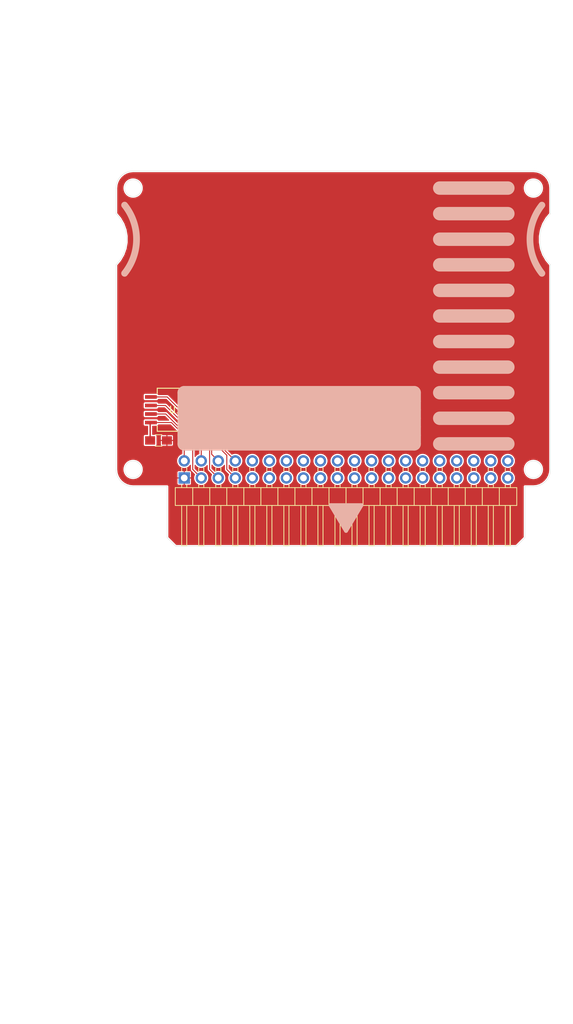
<source format=kicad_pcb>
(kicad_pcb (version 20171130) (host pcbnew "(5.1.0-rc1-17-gb4eda32f8)")

  (general
    (thickness 1.6)
    (drawings 74)
    (tracks 36)
    (zones 0)
    (modules 3)
    (nets 41)
  )

  (page A4)
  (layers
    (0 F.Cu signal)
    (31 B.Cu signal)
    (32 B.Adhes user)
    (33 F.Adhes user)
    (34 B.Paste user)
    (35 F.Paste user)
    (36 B.SilkS user)
    (37 F.SilkS user)
    (38 B.Mask user)
    (39 F.Mask user)
    (40 Dwgs.User user)
    (41 Cmts.User user)
    (42 Eco1.User user)
    (43 Eco2.User user)
    (44 Edge.Cuts user)
    (45 Margin user)
    (46 B.CrtYd user)
    (47 F.CrtYd user)
    (48 B.Fab user)
    (49 F.Fab user)
  )

  (setup
    (last_trace_width 0.25)
    (user_trace_width 0.2032)
    (user_trace_width 0.254)
    (user_trace_width 0.3048)
    (trace_clearance 0.2)
    (zone_clearance 0.508)
    (zone_45_only no)
    (trace_min 0.2)
    (via_size 0.8)
    (via_drill 0.4)
    (via_min_size 0.4)
    (via_min_drill 0.3)
    (user_via 6 3)
    (user_via 8 4)
    (uvia_size 0.3)
    (uvia_drill 0.1)
    (uvias_allowed no)
    (uvia_min_size 0.2)
    (uvia_min_drill 0.1)
    (edge_width 0.05)
    (segment_width 0.2)
    (pcb_text_width 0.3)
    (pcb_text_size 1.5 1.5)
    (mod_edge_width 0.3)
    (mod_text_size 1 1)
    (mod_text_width 0.15)
    (pad_size 1.524 1.524)
    (pad_drill 0.762)
    (pad_to_mask_clearance 0.051)
    (solder_mask_min_width 0.25)
    (aux_axis_origin 67.3 50.8)
    (grid_origin 101.6 50.8)
    (visible_elements FFFFFF7F)
    (pcbplotparams
      (layerselection 0x210a8_7fffffff)
      (usegerberextensions false)
      (usegerberattributes false)
      (usegerberadvancedattributes false)
      (creategerberjobfile false)
      (excludeedgelayer true)
      (linewidth 0.100000)
      (plotframeref false)
      (viasonmask false)
      (mode 1)
      (useauxorigin false)
      (hpglpennumber 1)
      (hpglpenspeed 20)
      (hpglpendiameter 15.000000)
      (psnegative false)
      (psa4output false)
      (plotreference true)
      (plotvalue true)
      (plotinvisibletext false)
      (padsonsilk false)
      (subtractmaskfromsilk false)
      (outputformat 4)
      (mirror false)
      (drillshape 0)
      (scaleselection 1)
      (outputdirectory "prod/"))
  )

  (net 0 "")
  (net 1 GND)
  (net 2 +3V3)
  (net 3 F_HOLD)
  (net 4 F_CS)
  (net 5 F_SCK)
  (net 6 F_MISO)
  (net 7 F_MOSI)
  (net 8 F_WP)
  (net 9 GENIO1)
  (net 10 GENIO2)
  (net 11 GENIO3)
  (net 12 GENIO4)
  (net 13 GENIO5)
  (net 14 GENIO6)
  (net 15 GENIO7)
  (net 16 GENIO8)
  (net 17 GENIO9)
  (net 18 GENIO10)
  (net 19 GENIO11)
  (net 20 GENIO12)
  (net 21 GENIO13)
  (net 22 GENIO14)
  (net 23 GENIO15)
  (net 24 GENIO16)
  (net 25 GENIO17)
  (net 26 GENIO18)
  (net 27 GENIO19)
  (net 28 GENIO20)
  (net 29 GENIO21)
  (net 30 GENIO22)
  (net 31 GENIO23)
  (net 32 GENIO24)
  (net 33 GENIO25)
  (net 34 GENIO26)
  (net 35 GENIO27)
  (net 36 GENIO28)
  (net 37 GENIO29)
  (net 38 GENIO30)
  (net 39 +5V)
  (net 40 +BATT)

  (net_class Default "This is the default net class."
    (clearance 0.2)
    (trace_width 0.25)
    (via_dia 0.8)
    (via_drill 0.4)
    (uvia_dia 0.3)
    (uvia_drill 0.1)
    (add_net +3V3)
    (add_net +5V)
    (add_net +BATT)
    (add_net F_CS)
    (add_net F_HOLD)
    (add_net F_MISO)
    (add_net F_MOSI)
    (add_net F_SCK)
    (add_net F_WP)
    (add_net GENIO1)
    (add_net GENIO10)
    (add_net GENIO11)
    (add_net GENIO12)
    (add_net GENIO13)
    (add_net GENIO14)
    (add_net GENIO15)
    (add_net GENIO16)
    (add_net GENIO17)
    (add_net GENIO18)
    (add_net GENIO19)
    (add_net GENIO2)
    (add_net GENIO20)
    (add_net GENIO21)
    (add_net GENIO22)
    (add_net GENIO23)
    (add_net GENIO24)
    (add_net GENIO25)
    (add_net GENIO26)
    (add_net GENIO27)
    (add_net GENIO28)
    (add_net GENIO29)
    (add_net GENIO3)
    (add_net GENIO30)
    (add_net GENIO4)
    (add_net GENIO5)
    (add_net GENIO6)
    (add_net GENIO7)
    (add_net GENIO8)
    (add_net GENIO9)
    (add_net GND)
  )

  (module SuperconCartridge:Supercon_Cartridge_40pin_Connector (layer F.Cu) (tedit 5D9B7E27) (tstamp 5D9C2B2E)
    (at 125.73 93.98 270)
    (descr "Through hole angled pin header, 2x20, 2.54mm pitch, 6mm pin length, double rows")
    (tags "Through hole angled pin header THT 2x20 2.54mm double row")
    (path /5D9B779E)
    (fp_text reference J1 (at 5.655 -2.27 270) (layer F.SilkS) hide
      (effects (font (size 1 1) (thickness 0.15)))
    )
    (fp_text value "Cartridge Connector" (at 13.8176 24.1554 180) (layer F.Fab)
      (effects (font (size 1 1) (thickness 0.15)))
    )
    (fp_text user %R (at 5.31 24.13) (layer F.Fab)
      (effects (font (size 1 1) (thickness 0.15)))
    )
    (fp_line (start 13.1 -1.8) (end -1.8 -1.8) (layer F.CrtYd) (width 0.05))
    (fp_line (start 13.1 50.05) (end 13.1 -1.8) (layer F.CrtYd) (width 0.05))
    (fp_line (start -1.8 50.05) (end 13.1 50.05) (layer F.CrtYd) (width 0.05))
    (fp_line (start -1.8 -1.8) (end -1.8 50.05) (layer F.CrtYd) (width 0.05))
    (fp_line (start 1.042929 48.64) (end 1.497071 48.64) (layer F.SilkS) (width 0.12))
    (fp_line (start 1.042929 47.88) (end 1.497071 47.88) (layer F.SilkS) (width 0.12))
    (fp_line (start 3.582929 48.64) (end 3.98 48.64) (layer F.SilkS) (width 0.12))
    (fp_line (start 3.582929 47.88) (end 3.98 47.88) (layer F.SilkS) (width 0.12))
    (fp_line (start 12.64 48.64) (end 6.64 48.64) (layer F.SilkS) (width 0.12))
    (fp_line (start 12.64 47.88) (end 12.64 48.64) (layer F.SilkS) (width 0.12))
    (fp_line (start 6.64 47.88) (end 12.64 47.88) (layer F.SilkS) (width 0.12))
    (fp_line (start 3.98 46.99) (end 6.64 46.99) (layer F.SilkS) (width 0.12))
    (fp_line (start 1.042929 46.1) (end 1.497071 46.1) (layer F.SilkS) (width 0.12))
    (fp_line (start 1.042929 45.34) (end 1.497071 45.34) (layer F.SilkS) (width 0.12))
    (fp_line (start 3.582929 46.1) (end 3.98 46.1) (layer F.SilkS) (width 0.12))
    (fp_line (start 3.582929 45.34) (end 3.98 45.34) (layer F.SilkS) (width 0.12))
    (fp_line (start 12.64 46.1) (end 6.64 46.1) (layer F.SilkS) (width 0.12))
    (fp_line (start 12.64 45.34) (end 12.64 46.1) (layer F.SilkS) (width 0.12))
    (fp_line (start 6.64 45.34) (end 12.64 45.34) (layer F.SilkS) (width 0.12))
    (fp_line (start 3.98 44.45) (end 6.64 44.45) (layer F.SilkS) (width 0.12))
    (fp_line (start 1.042929 43.56) (end 1.497071 43.56) (layer F.SilkS) (width 0.12))
    (fp_line (start 1.042929 42.8) (end 1.497071 42.8) (layer F.SilkS) (width 0.12))
    (fp_line (start 3.582929 43.56) (end 3.98 43.56) (layer F.SilkS) (width 0.12))
    (fp_line (start 3.582929 42.8) (end 3.98 42.8) (layer F.SilkS) (width 0.12))
    (fp_line (start 12.64 43.56) (end 6.64 43.56) (layer F.SilkS) (width 0.12))
    (fp_line (start 12.64 42.8) (end 12.64 43.56) (layer F.SilkS) (width 0.12))
    (fp_line (start 6.64 42.8) (end 12.64 42.8) (layer F.SilkS) (width 0.12))
    (fp_line (start 3.98 41.91) (end 6.64 41.91) (layer F.SilkS) (width 0.12))
    (fp_line (start 1.042929 41.02) (end 1.497071 41.02) (layer F.SilkS) (width 0.12))
    (fp_line (start 1.042929 40.26) (end 1.497071 40.26) (layer F.SilkS) (width 0.12))
    (fp_line (start 3.582929 41.02) (end 3.98 41.02) (layer F.SilkS) (width 0.12))
    (fp_line (start 3.582929 40.26) (end 3.98 40.26) (layer F.SilkS) (width 0.12))
    (fp_line (start 12.64 41.02) (end 6.64 41.02) (layer F.SilkS) (width 0.12))
    (fp_line (start 12.64 40.26) (end 12.64 41.02) (layer F.SilkS) (width 0.12))
    (fp_line (start 6.64 40.26) (end 12.64 40.26) (layer F.SilkS) (width 0.12))
    (fp_line (start 3.98 39.37) (end 6.64 39.37) (layer F.SilkS) (width 0.12))
    (fp_line (start 1.042929 38.48) (end 1.497071 38.48) (layer F.SilkS) (width 0.12))
    (fp_line (start 1.042929 37.72) (end 1.497071 37.72) (layer F.SilkS) (width 0.12))
    (fp_line (start 3.582929 38.48) (end 3.98 38.48) (layer F.SilkS) (width 0.12))
    (fp_line (start 3.582929 37.72) (end 3.98 37.72) (layer F.SilkS) (width 0.12))
    (fp_line (start 12.64 38.48) (end 6.64 38.48) (layer F.SilkS) (width 0.12))
    (fp_line (start 12.64 37.72) (end 12.64 38.48) (layer F.SilkS) (width 0.12))
    (fp_line (start 6.64 37.72) (end 12.64 37.72) (layer F.SilkS) (width 0.12))
    (fp_line (start 3.98 36.83) (end 6.64 36.83) (layer F.SilkS) (width 0.12))
    (fp_line (start 1.042929 35.94) (end 1.497071 35.94) (layer F.SilkS) (width 0.12))
    (fp_line (start 1.042929 35.18) (end 1.497071 35.18) (layer F.SilkS) (width 0.12))
    (fp_line (start 3.582929 35.94) (end 3.98 35.94) (layer F.SilkS) (width 0.12))
    (fp_line (start 3.582929 35.18) (end 3.98 35.18) (layer F.SilkS) (width 0.12))
    (fp_line (start 12.64 35.94) (end 6.64 35.94) (layer F.SilkS) (width 0.12))
    (fp_line (start 12.64 35.18) (end 12.64 35.94) (layer F.SilkS) (width 0.12))
    (fp_line (start 6.64 35.18) (end 12.64 35.18) (layer F.SilkS) (width 0.12))
    (fp_line (start 3.98 34.29) (end 6.64 34.29) (layer F.SilkS) (width 0.12))
    (fp_line (start 1.042929 33.4) (end 1.497071 33.4) (layer F.SilkS) (width 0.12))
    (fp_line (start 1.042929 32.64) (end 1.497071 32.64) (layer F.SilkS) (width 0.12))
    (fp_line (start 3.582929 33.4) (end 3.98 33.4) (layer F.SilkS) (width 0.12))
    (fp_line (start 3.582929 32.64) (end 3.98 32.64) (layer F.SilkS) (width 0.12))
    (fp_line (start 12.64 33.4) (end 6.64 33.4) (layer F.SilkS) (width 0.12))
    (fp_line (start 12.64 32.64) (end 12.64 33.4) (layer F.SilkS) (width 0.12))
    (fp_line (start 6.64 32.64) (end 12.64 32.64) (layer F.SilkS) (width 0.12))
    (fp_line (start 3.98 31.75) (end 6.64 31.75) (layer F.SilkS) (width 0.12))
    (fp_line (start 1.042929 30.86) (end 1.497071 30.86) (layer F.SilkS) (width 0.12))
    (fp_line (start 1.042929 30.1) (end 1.497071 30.1) (layer F.SilkS) (width 0.12))
    (fp_line (start 3.582929 30.86) (end 3.98 30.86) (layer F.SilkS) (width 0.12))
    (fp_line (start 3.582929 30.1) (end 3.98 30.1) (layer F.SilkS) (width 0.12))
    (fp_line (start 12.64 30.86) (end 6.64 30.86) (layer F.SilkS) (width 0.12))
    (fp_line (start 12.64 30.1) (end 12.64 30.86) (layer F.SilkS) (width 0.12))
    (fp_line (start 6.64 30.1) (end 12.64 30.1) (layer F.SilkS) (width 0.12))
    (fp_line (start 3.98 29.21) (end 6.64 29.21) (layer F.SilkS) (width 0.12))
    (fp_line (start 1.042929 28.32) (end 1.497071 28.32) (layer F.SilkS) (width 0.12))
    (fp_line (start 1.042929 27.56) (end 1.497071 27.56) (layer F.SilkS) (width 0.12))
    (fp_line (start 3.582929 28.32) (end 3.98 28.32) (layer F.SilkS) (width 0.12))
    (fp_line (start 3.582929 27.56) (end 3.98 27.56) (layer F.SilkS) (width 0.12))
    (fp_line (start 12.64 28.32) (end 6.64 28.32) (layer F.SilkS) (width 0.12))
    (fp_line (start 12.64 27.56) (end 12.64 28.32) (layer F.SilkS) (width 0.12))
    (fp_line (start 6.64 27.56) (end 12.64 27.56) (layer F.SilkS) (width 0.12))
    (fp_line (start 3.98 26.67) (end 6.64 26.67) (layer F.SilkS) (width 0.12))
    (fp_line (start 1.042929 25.78) (end 1.497071 25.78) (layer F.SilkS) (width 0.12))
    (fp_line (start 1.042929 25.02) (end 1.497071 25.02) (layer F.SilkS) (width 0.12))
    (fp_line (start 3.582929 25.78) (end 3.98 25.78) (layer F.SilkS) (width 0.12))
    (fp_line (start 3.582929 25.02) (end 3.98 25.02) (layer F.SilkS) (width 0.12))
    (fp_line (start 12.64 25.78) (end 6.64 25.78) (layer F.SilkS) (width 0.12))
    (fp_line (start 12.64 25.02) (end 12.64 25.78) (layer F.SilkS) (width 0.12))
    (fp_line (start 6.64 25.02) (end 12.64 25.02) (layer F.SilkS) (width 0.12))
    (fp_line (start 3.98 24.13) (end 6.64 24.13) (layer F.SilkS) (width 0.12))
    (fp_line (start 1.042929 23.24) (end 1.497071 23.24) (layer F.SilkS) (width 0.12))
    (fp_line (start 1.042929 22.48) (end 1.497071 22.48) (layer F.SilkS) (width 0.12))
    (fp_line (start 3.582929 23.24) (end 3.98 23.24) (layer F.SilkS) (width 0.12))
    (fp_line (start 3.582929 22.48) (end 3.98 22.48) (layer F.SilkS) (width 0.12))
    (fp_line (start 12.64 23.24) (end 6.64 23.24) (layer F.SilkS) (width 0.12))
    (fp_line (start 12.64 22.48) (end 12.64 23.24) (layer F.SilkS) (width 0.12))
    (fp_line (start 6.64 22.48) (end 12.64 22.48) (layer F.SilkS) (width 0.12))
    (fp_line (start 3.98 21.59) (end 6.64 21.59) (layer F.SilkS) (width 0.12))
    (fp_line (start 1.042929 20.7) (end 1.497071 20.7) (layer F.SilkS) (width 0.12))
    (fp_line (start 1.042929 19.94) (end 1.497071 19.94) (layer F.SilkS) (width 0.12))
    (fp_line (start 3.582929 20.7) (end 3.98 20.7) (layer F.SilkS) (width 0.12))
    (fp_line (start 3.582929 19.94) (end 3.98 19.94) (layer F.SilkS) (width 0.12))
    (fp_line (start 12.64 20.7) (end 6.64 20.7) (layer F.SilkS) (width 0.12))
    (fp_line (start 12.64 19.94) (end 12.64 20.7) (layer F.SilkS) (width 0.12))
    (fp_line (start 6.64 19.94) (end 12.64 19.94) (layer F.SilkS) (width 0.12))
    (fp_line (start 3.98 19.05) (end 6.64 19.05) (layer F.SilkS) (width 0.12))
    (fp_line (start 1.042929 18.16) (end 1.497071 18.16) (layer F.SilkS) (width 0.12))
    (fp_line (start 1.042929 17.4) (end 1.497071 17.4) (layer F.SilkS) (width 0.12))
    (fp_line (start 3.582929 18.16) (end 3.98 18.16) (layer F.SilkS) (width 0.12))
    (fp_line (start 3.582929 17.4) (end 3.98 17.4) (layer F.SilkS) (width 0.12))
    (fp_line (start 12.64 18.16) (end 6.64 18.16) (layer F.SilkS) (width 0.12))
    (fp_line (start 12.64 17.4) (end 12.64 18.16) (layer F.SilkS) (width 0.12))
    (fp_line (start 6.64 17.4) (end 12.64 17.4) (layer F.SilkS) (width 0.12))
    (fp_line (start 3.98 16.51) (end 6.64 16.51) (layer F.SilkS) (width 0.12))
    (fp_line (start 1.042929 15.62) (end 1.497071 15.62) (layer F.SilkS) (width 0.12))
    (fp_line (start 1.042929 14.86) (end 1.497071 14.86) (layer F.SilkS) (width 0.12))
    (fp_line (start 3.582929 15.62) (end 3.98 15.62) (layer F.SilkS) (width 0.12))
    (fp_line (start 3.582929 14.86) (end 3.98 14.86) (layer F.SilkS) (width 0.12))
    (fp_line (start 12.64 15.62) (end 6.64 15.62) (layer F.SilkS) (width 0.12))
    (fp_line (start 12.64 14.86) (end 12.64 15.62) (layer F.SilkS) (width 0.12))
    (fp_line (start 6.64 14.86) (end 12.64 14.86) (layer F.SilkS) (width 0.12))
    (fp_line (start 3.98 13.97) (end 6.64 13.97) (layer F.SilkS) (width 0.12))
    (fp_line (start 1.042929 13.08) (end 1.497071 13.08) (layer F.SilkS) (width 0.12))
    (fp_line (start 1.042929 12.32) (end 1.497071 12.32) (layer F.SilkS) (width 0.12))
    (fp_line (start 3.582929 13.08) (end 3.98 13.08) (layer F.SilkS) (width 0.12))
    (fp_line (start 3.582929 12.32) (end 3.98 12.32) (layer F.SilkS) (width 0.12))
    (fp_line (start 12.64 13.08) (end 6.64 13.08) (layer F.SilkS) (width 0.12))
    (fp_line (start 12.64 12.32) (end 12.64 13.08) (layer F.SilkS) (width 0.12))
    (fp_line (start 6.64 12.32) (end 12.64 12.32) (layer F.SilkS) (width 0.12))
    (fp_line (start 3.98 11.43) (end 6.64 11.43) (layer F.SilkS) (width 0.12))
    (fp_line (start 1.042929 10.54) (end 1.497071 10.54) (layer F.SilkS) (width 0.12))
    (fp_line (start 1.042929 9.78) (end 1.497071 9.78) (layer F.SilkS) (width 0.12))
    (fp_line (start 3.582929 10.54) (end 3.98 10.54) (layer F.SilkS) (width 0.12))
    (fp_line (start 3.582929 9.78) (end 3.98 9.78) (layer F.SilkS) (width 0.12))
    (fp_line (start 12.64 10.54) (end 6.64 10.54) (layer F.SilkS) (width 0.12))
    (fp_line (start 12.64 9.78) (end 12.64 10.54) (layer F.SilkS) (width 0.12))
    (fp_line (start 6.64 9.78) (end 12.64 9.78) (layer F.SilkS) (width 0.12))
    (fp_line (start 3.98 8.89) (end 6.64 8.89) (layer F.SilkS) (width 0.12))
    (fp_line (start 1.042929 8) (end 1.497071 8) (layer F.SilkS) (width 0.12))
    (fp_line (start 1.042929 7.24) (end 1.497071 7.24) (layer F.SilkS) (width 0.12))
    (fp_line (start 3.582929 8) (end 3.98 8) (layer F.SilkS) (width 0.12))
    (fp_line (start 3.582929 7.24) (end 3.98 7.24) (layer F.SilkS) (width 0.12))
    (fp_line (start 12.64 8) (end 6.64 8) (layer F.SilkS) (width 0.12))
    (fp_line (start 12.64 7.24) (end 12.64 8) (layer F.SilkS) (width 0.12))
    (fp_line (start 6.64 7.24) (end 12.64 7.24) (layer F.SilkS) (width 0.12))
    (fp_line (start 3.98 6.35) (end 6.64 6.35) (layer F.SilkS) (width 0.12))
    (fp_line (start 1.042929 5.46) (end 1.497071 5.46) (layer F.SilkS) (width 0.12))
    (fp_line (start 1.042929 4.7) (end 1.497071 4.7) (layer F.SilkS) (width 0.12))
    (fp_line (start 3.582929 5.46) (end 3.98 5.46) (layer F.SilkS) (width 0.12))
    (fp_line (start 3.582929 4.7) (end 3.98 4.7) (layer F.SilkS) (width 0.12))
    (fp_line (start 12.64 5.46) (end 6.64 5.46) (layer F.SilkS) (width 0.12))
    (fp_line (start 12.64 4.7) (end 12.64 5.46) (layer F.SilkS) (width 0.12))
    (fp_line (start 6.64 4.7) (end 12.64 4.7) (layer F.SilkS) (width 0.12))
    (fp_line (start 3.98 3.81) (end 6.64 3.81) (layer F.SilkS) (width 0.12))
    (fp_line (start 1.042929 2.92) (end 1.497071 2.92) (layer F.SilkS) (width 0.12))
    (fp_line (start 1.042929 2.16) (end 1.497071 2.16) (layer F.SilkS) (width 0.12))
    (fp_line (start 3.582929 2.92) (end 3.98 2.92) (layer F.SilkS) (width 0.12))
    (fp_line (start 3.582929 2.16) (end 3.98 2.16) (layer F.SilkS) (width 0.12))
    (fp_line (start 12.64 2.92) (end 6.64 2.92) (layer F.SilkS) (width 0.12))
    (fp_line (start 12.64 2.16) (end 12.64 2.92) (layer F.SilkS) (width 0.12))
    (fp_line (start 6.64 2.16) (end 12.64 2.16) (layer F.SilkS) (width 0.12))
    (fp_line (start 3.98 1.27) (end 6.64 1.27) (layer F.SilkS) (width 0.12))
    (fp_line (start 1.11 0.38) (end 1.497071 0.38) (layer F.SilkS) (width 0.12))
    (fp_line (start 1.11 -0.38) (end 1.497071 -0.38) (layer F.SilkS) (width 0.12))
    (fp_line (start 3.582929 0.38) (end 3.98 0.38) (layer F.SilkS) (width 0.12))
    (fp_line (start 3.582929 -0.38) (end 3.98 -0.38) (layer F.SilkS) (width 0.12))
    (fp_line (start 6.64 -0.32) (end 12.64 -0.32) (layer F.SilkS) (width 0.12))
    (fp_line (start 12.64 0.38) (end 6.64 0.38) (layer F.SilkS) (width 0.12))
    (fp_line (start 12.64 -0.38) (end 12.64 0.38) (layer F.SilkS) (width 0.12))
    (fp_line (start 6.64 -0.38) (end 12.64 -0.38) (layer F.SilkS) (width 0.12))
    (fp_line (start 6.64 -1.33) (end 3.98 -1.33) (layer F.SilkS) (width 0.12))
    (fp_line (start 6.64 49.59) (end 6.64 -1.33) (layer F.SilkS) (width 0.12))
    (fp_line (start 3.98 49.59) (end 6.64 49.59) (layer F.SilkS) (width 0.12))
    (fp_line (start 3.98 -1.33) (end 3.98 49.59) (layer F.SilkS) (width 0.12))
    (fp_line (start 6.58 48.58) (end 12.58 48.58) (layer F.Fab) (width 0.1))
    (fp_line (start 12.58 47.94) (end 12.58 48.58) (layer F.Fab) (width 0.1))
    (fp_line (start 6.58 47.94) (end 12.58 47.94) (layer F.Fab) (width 0.1))
    (fp_line (start -0.32 48.58) (end 4.04 48.58) (layer F.Fab) (width 0.1))
    (fp_line (start -0.32 47.94) (end -0.32 48.58) (layer F.Fab) (width 0.1))
    (fp_line (start -0.32 47.94) (end 4.04 47.94) (layer F.Fab) (width 0.1))
    (fp_line (start 6.58 46.04) (end 12.58 46.04) (layer F.Fab) (width 0.1))
    (fp_line (start 12.58 45.4) (end 12.58 46.04) (layer F.Fab) (width 0.1))
    (fp_line (start 6.58 45.4) (end 12.58 45.4) (layer F.Fab) (width 0.1))
    (fp_line (start -0.32 46.04) (end 4.04 46.04) (layer F.Fab) (width 0.1))
    (fp_line (start -0.32 45.4) (end -0.32 46.04) (layer F.Fab) (width 0.1))
    (fp_line (start -0.32 45.4) (end 4.04 45.4) (layer F.Fab) (width 0.1))
    (fp_line (start 6.58 43.5) (end 12.58 43.5) (layer F.Fab) (width 0.1))
    (fp_line (start 12.58 42.86) (end 12.58 43.5) (layer F.Fab) (width 0.1))
    (fp_line (start 6.58 42.86) (end 12.58 42.86) (layer F.Fab) (width 0.1))
    (fp_line (start -0.32 43.5) (end 4.04 43.5) (layer F.Fab) (width 0.1))
    (fp_line (start -0.32 42.86) (end -0.32 43.5) (layer F.Fab) (width 0.1))
    (fp_line (start -0.32 42.86) (end 4.04 42.86) (layer F.Fab) (width 0.1))
    (fp_line (start 6.58 40.96) (end 12.58 40.96) (layer F.Fab) (width 0.1))
    (fp_line (start 12.58 40.32) (end 12.58 40.96) (layer F.Fab) (width 0.1))
    (fp_line (start 6.58 40.32) (end 12.58 40.32) (layer F.Fab) (width 0.1))
    (fp_line (start -0.32 40.96) (end 4.04 40.96) (layer F.Fab) (width 0.1))
    (fp_line (start -0.32 40.32) (end -0.32 40.96) (layer F.Fab) (width 0.1))
    (fp_line (start -0.32 40.32) (end 4.04 40.32) (layer F.Fab) (width 0.1))
    (fp_line (start 6.58 38.42) (end 12.58 38.42) (layer F.Fab) (width 0.1))
    (fp_line (start 12.58 37.78) (end 12.58 38.42) (layer F.Fab) (width 0.1))
    (fp_line (start 6.58 37.78) (end 12.58 37.78) (layer F.Fab) (width 0.1))
    (fp_line (start -0.32 38.42) (end 4.04 38.42) (layer F.Fab) (width 0.1))
    (fp_line (start -0.32 37.78) (end -0.32 38.42) (layer F.Fab) (width 0.1))
    (fp_line (start -0.32 37.78) (end 4.04 37.78) (layer F.Fab) (width 0.1))
    (fp_line (start 6.58 35.88) (end 12.58 35.88) (layer F.Fab) (width 0.1))
    (fp_line (start 12.58 35.24) (end 12.58 35.88) (layer F.Fab) (width 0.1))
    (fp_line (start 6.58 35.24) (end 12.58 35.24) (layer F.Fab) (width 0.1))
    (fp_line (start -0.32 35.88) (end 4.04 35.88) (layer F.Fab) (width 0.1))
    (fp_line (start -0.32 35.24) (end -0.32 35.88) (layer F.Fab) (width 0.1))
    (fp_line (start -0.32 35.24) (end 4.04 35.24) (layer F.Fab) (width 0.1))
    (fp_line (start 6.58 33.34) (end 12.58 33.34) (layer F.Fab) (width 0.1))
    (fp_line (start 12.58 32.7) (end 12.58 33.34) (layer F.Fab) (width 0.1))
    (fp_line (start 6.58 32.7) (end 12.58 32.7) (layer F.Fab) (width 0.1))
    (fp_line (start -0.32 33.34) (end 4.04 33.34) (layer F.Fab) (width 0.1))
    (fp_line (start -0.32 32.7) (end -0.32 33.34) (layer F.Fab) (width 0.1))
    (fp_line (start -0.32 32.7) (end 4.04 32.7) (layer F.Fab) (width 0.1))
    (fp_line (start 6.58 30.8) (end 12.58 30.8) (layer F.Fab) (width 0.1))
    (fp_line (start 12.58 30.16) (end 12.58 30.8) (layer F.Fab) (width 0.1))
    (fp_line (start 6.58 30.16) (end 12.58 30.16) (layer F.Fab) (width 0.1))
    (fp_line (start -0.32 30.8) (end 4.04 30.8) (layer F.Fab) (width 0.1))
    (fp_line (start -0.32 30.16) (end -0.32 30.8) (layer F.Fab) (width 0.1))
    (fp_line (start -0.32 30.16) (end 4.04 30.16) (layer F.Fab) (width 0.1))
    (fp_line (start 6.58 28.26) (end 12.58 28.26) (layer F.Fab) (width 0.1))
    (fp_line (start 12.58 27.62) (end 12.58 28.26) (layer F.Fab) (width 0.1))
    (fp_line (start 6.58 27.62) (end 12.58 27.62) (layer F.Fab) (width 0.1))
    (fp_line (start -0.32 28.26) (end 4.04 28.26) (layer F.Fab) (width 0.1))
    (fp_line (start -0.32 27.62) (end -0.32 28.26) (layer F.Fab) (width 0.1))
    (fp_line (start -0.32 27.62) (end 4.04 27.62) (layer F.Fab) (width 0.1))
    (fp_line (start 6.58 25.72) (end 12.58 25.72) (layer F.Fab) (width 0.1))
    (fp_line (start 12.58 25.08) (end 12.58 25.72) (layer F.Fab) (width 0.1))
    (fp_line (start 6.58 25.08) (end 12.58 25.08) (layer F.Fab) (width 0.1))
    (fp_line (start -0.32 25.72) (end 4.04 25.72) (layer F.Fab) (width 0.1))
    (fp_line (start -0.32 25.08) (end -0.32 25.72) (layer F.Fab) (width 0.1))
    (fp_line (start -0.32 25.08) (end 4.04 25.08) (layer F.Fab) (width 0.1))
    (fp_line (start 6.58 23.18) (end 12.58 23.18) (layer F.Fab) (width 0.1))
    (fp_line (start 12.58 22.54) (end 12.58 23.18) (layer F.Fab) (width 0.1))
    (fp_line (start 6.58 22.54) (end 12.58 22.54) (layer F.Fab) (width 0.1))
    (fp_line (start -0.32 23.18) (end 4.04 23.18) (layer F.Fab) (width 0.1))
    (fp_line (start -0.32 22.54) (end -0.32 23.18) (layer F.Fab) (width 0.1))
    (fp_line (start -0.32 22.54) (end 4.04 22.54) (layer F.Fab) (width 0.1))
    (fp_line (start 6.58 20.64) (end 12.58 20.64) (layer F.Fab) (width 0.1))
    (fp_line (start 12.58 20) (end 12.58 20.64) (layer F.Fab) (width 0.1))
    (fp_line (start 6.58 20) (end 12.58 20) (layer F.Fab) (width 0.1))
    (fp_line (start -0.32 20.64) (end 4.04 20.64) (layer F.Fab) (width 0.1))
    (fp_line (start -0.32 20) (end -0.32 20.64) (layer F.Fab) (width 0.1))
    (fp_line (start -0.32 20) (end 4.04 20) (layer F.Fab) (width 0.1))
    (fp_line (start 6.58 18.1) (end 12.58 18.1) (layer F.Fab) (width 0.1))
    (fp_line (start 12.58 17.46) (end 12.58 18.1) (layer F.Fab) (width 0.1))
    (fp_line (start 6.58 17.46) (end 12.58 17.46) (layer F.Fab) (width 0.1))
    (fp_line (start -0.32 18.1) (end 4.04 18.1) (layer F.Fab) (width 0.1))
    (fp_line (start -0.32 17.46) (end -0.32 18.1) (layer F.Fab) (width 0.1))
    (fp_line (start -0.32 17.46) (end 4.04 17.46) (layer F.Fab) (width 0.1))
    (fp_line (start 6.58 15.56) (end 12.58 15.56) (layer F.Fab) (width 0.1))
    (fp_line (start 12.58 14.92) (end 12.58 15.56) (layer F.Fab) (width 0.1))
    (fp_line (start 6.58 14.92) (end 12.58 14.92) (layer F.Fab) (width 0.1))
    (fp_line (start -0.32 15.56) (end 4.04 15.56) (layer F.Fab) (width 0.1))
    (fp_line (start -0.32 14.92) (end -0.32 15.56) (layer F.Fab) (width 0.1))
    (fp_line (start -0.32 14.92) (end 4.04 14.92) (layer F.Fab) (width 0.1))
    (fp_line (start 6.58 13.02) (end 12.58 13.02) (layer F.Fab) (width 0.1))
    (fp_line (start 12.58 12.38) (end 12.58 13.02) (layer F.Fab) (width 0.1))
    (fp_line (start 6.58 12.38) (end 12.58 12.38) (layer F.Fab) (width 0.1))
    (fp_line (start -0.32 13.02) (end 4.04 13.02) (layer F.Fab) (width 0.1))
    (fp_line (start -0.32 12.38) (end -0.32 13.02) (layer F.Fab) (width 0.1))
    (fp_line (start -0.32 12.38) (end 4.04 12.38) (layer F.Fab) (width 0.1))
    (fp_line (start 6.58 10.48) (end 12.58 10.48) (layer F.Fab) (width 0.1))
    (fp_line (start 12.58 9.84) (end 12.58 10.48) (layer F.Fab) (width 0.1))
    (fp_line (start 6.58 9.84) (end 12.58 9.84) (layer F.Fab) (width 0.1))
    (fp_line (start -0.32 10.48) (end 4.04 10.48) (layer F.Fab) (width 0.1))
    (fp_line (start -0.32 9.84) (end -0.32 10.48) (layer F.Fab) (width 0.1))
    (fp_line (start -0.32 9.84) (end 4.04 9.84) (layer F.Fab) (width 0.1))
    (fp_line (start 6.58 7.94) (end 12.58 7.94) (layer F.Fab) (width 0.1))
    (fp_line (start 12.58 7.3) (end 12.58 7.94) (layer F.Fab) (width 0.1))
    (fp_line (start 6.58 7.3) (end 12.58 7.3) (layer F.Fab) (width 0.1))
    (fp_line (start -0.32 7.94) (end 4.04 7.94) (layer F.Fab) (width 0.1))
    (fp_line (start -0.32 7.3) (end -0.32 7.94) (layer F.Fab) (width 0.1))
    (fp_line (start -0.32 7.3) (end 4.04 7.3) (layer F.Fab) (width 0.1))
    (fp_line (start 6.58 5.4) (end 12.58 5.4) (layer F.Fab) (width 0.1))
    (fp_line (start 12.58 4.76) (end 12.58 5.4) (layer F.Fab) (width 0.1))
    (fp_line (start 6.58 4.76) (end 12.58 4.76) (layer F.Fab) (width 0.1))
    (fp_line (start -0.32 5.4) (end 4.04 5.4) (layer F.Fab) (width 0.1))
    (fp_line (start -0.32 4.76) (end -0.32 5.4) (layer F.Fab) (width 0.1))
    (fp_line (start -0.32 4.76) (end 4.04 4.76) (layer F.Fab) (width 0.1))
    (fp_line (start 6.58 2.86) (end 12.58 2.86) (layer F.Fab) (width 0.1))
    (fp_line (start 12.58 2.22) (end 12.58 2.86) (layer F.Fab) (width 0.1))
    (fp_line (start 6.58 2.22) (end 12.58 2.22) (layer F.Fab) (width 0.1))
    (fp_line (start -0.32 2.86) (end 4.04 2.86) (layer F.Fab) (width 0.1))
    (fp_line (start -0.32 2.22) (end -0.32 2.86) (layer F.Fab) (width 0.1))
    (fp_line (start -0.32 2.22) (end 4.04 2.22) (layer F.Fab) (width 0.1))
    (fp_line (start 6.58 0.32) (end 12.58 0.32) (layer F.Fab) (width 0.1))
    (fp_line (start 12.58 -0.32) (end 12.58 0.32) (layer F.Fab) (width 0.1))
    (fp_line (start 6.58 -0.32) (end 12.58 -0.32) (layer F.Fab) (width 0.1))
    (fp_line (start -0.32 0.32) (end 4.04 0.32) (layer F.Fab) (width 0.1))
    (fp_line (start -0.32 -0.32) (end -0.32 0.32) (layer F.Fab) (width 0.1))
    (fp_line (start -0.32 -0.32) (end 4.04 -0.32) (layer F.Fab) (width 0.1))
    (fp_line (start 4.04 49.53) (end 4.04 -1.2573) (layer F.Fab) (width 0.1))
    (fp_line (start 6.58 49.53) (end 4.04 49.53) (layer F.Fab) (width 0.1))
    (fp_line (start 6.58 -1.27) (end 6.58 49.53) (layer F.Fab) (width 0.1))
    (fp_line (start 4.0513 -1.27) (end 6.58 -1.27) (layer F.Fab) (width 0.1))
    (pad 1 thru_hole rect (at 2.54 48.26 270) (size 1.7 1.7) (drill 1) (layers *.Cu *.Mask)
      (net 1 GND))
    (pad 2 thru_hole circle (at 0 48.26 270) (size 1.7 1.7) (drill 1) (layers *.Cu *.Mask)
      (net 2 +3V3))
    (pad 3 thru_hole oval (at 2.54 45.72 270) (size 1.7 1.7) (drill 1) (layers *.Cu *.Mask)
      (net 3 F_HOLD))
    (pad 4 thru_hole oval (at 0 45.72 270) (size 1.7 1.7) (drill 1) (layers *.Cu *.Mask)
      (net 4 F_CS))
    (pad 5 thru_hole oval (at 2.54 43.18 270) (size 1.7 1.7) (drill 1) (layers *.Cu *.Mask)
      (net 5 F_SCK))
    (pad 6 thru_hole oval (at 0 43.18 270) (size 1.7 1.7) (drill 1) (layers *.Cu *.Mask)
      (net 6 F_MISO))
    (pad 7 thru_hole oval (at 2.54 40.64 270) (size 1.7 1.7) (drill 1) (layers *.Cu *.Mask)
      (net 7 F_MOSI))
    (pad 8 thru_hole oval (at 0 40.64 270) (size 1.7 1.7) (drill 1) (layers *.Cu *.Mask)
      (net 8 F_WP))
    (pad 9 thru_hole oval (at 2.54 38.1 270) (size 1.7 1.7) (drill 1) (layers *.Cu *.Mask)
      (net 9 GENIO1))
    (pad 10 thru_hole oval (at 0 38.1 270) (size 1.7 1.7) (drill 1) (layers *.Cu *.Mask)
      (net 10 GENIO2))
    (pad 11 thru_hole oval (at 2.54 35.56 270) (size 1.7 1.7) (drill 1) (layers *.Cu *.Mask)
      (net 11 GENIO3))
    (pad 12 thru_hole oval (at 0 35.56 270) (size 1.7 1.7) (drill 1) (layers *.Cu *.Mask)
      (net 12 GENIO4))
    (pad 13 thru_hole oval (at 2.54 33.02 270) (size 1.7 1.7) (drill 1) (layers *.Cu *.Mask)
      (net 13 GENIO5))
    (pad 14 thru_hole oval (at 0 33.02 270) (size 1.7 1.7) (drill 1) (layers *.Cu *.Mask)
      (net 14 GENIO6))
    (pad 15 thru_hole oval (at 2.54 30.48 270) (size 1.7 1.7) (drill 1) (layers *.Cu *.Mask)
      (net 15 GENIO7))
    (pad 16 thru_hole oval (at 0 30.48 270) (size 1.7 1.7) (drill 1) (layers *.Cu *.Mask)
      (net 16 GENIO8))
    (pad 17 thru_hole oval (at 2.54 27.94 270) (size 1.7 1.7) (drill 1) (layers *.Cu *.Mask)
      (net 17 GENIO9))
    (pad 18 thru_hole oval (at 0 27.94 270) (size 1.7 1.7) (drill 1) (layers *.Cu *.Mask)
      (net 18 GENIO10))
    (pad 19 thru_hole oval (at 2.54 25.4 270) (size 1.7 1.7) (drill 1) (layers *.Cu *.Mask)
      (net 19 GENIO11))
    (pad 20 thru_hole oval (at 0 25.4 270) (size 1.7 1.7) (drill 1) (layers *.Cu *.Mask)
      (net 20 GENIO12))
    (pad 21 thru_hole oval (at 2.54 22.86 270) (size 1.7 1.7) (drill 1) (layers *.Cu *.Mask)
      (net 21 GENIO13))
    (pad 22 thru_hole oval (at 0 22.86 270) (size 1.7 1.7) (drill 1) (layers *.Cu *.Mask)
      (net 22 GENIO14))
    (pad 23 thru_hole oval (at 2.54 20.32 270) (size 1.7 1.7) (drill 1) (layers *.Cu *.Mask)
      (net 23 GENIO15))
    (pad 24 thru_hole oval (at 0 20.32 270) (size 1.7 1.7) (drill 1) (layers *.Cu *.Mask)
      (net 24 GENIO16))
    (pad 25 thru_hole oval (at 2.54 17.78 270) (size 1.7 1.7) (drill 1) (layers *.Cu *.Mask)
      (net 25 GENIO17))
    (pad 26 thru_hole oval (at 0 17.78 270) (size 1.7 1.7) (drill 1) (layers *.Cu *.Mask)
      (net 26 GENIO18))
    (pad 27 thru_hole oval (at 2.54 15.24 270) (size 1.7 1.7) (drill 1) (layers *.Cu *.Mask)
      (net 27 GENIO19))
    (pad 28 thru_hole oval (at 0 15.24 270) (size 1.7 1.7) (drill 1) (layers *.Cu *.Mask)
      (net 28 GENIO20))
    (pad 29 thru_hole oval (at 2.54 12.7 270) (size 1.7 1.7) (drill 1) (layers *.Cu *.Mask)
      (net 29 GENIO21))
    (pad 30 thru_hole oval (at 0 12.7 270) (size 1.7 1.7) (drill 1) (layers *.Cu *.Mask)
      (net 30 GENIO22))
    (pad 31 thru_hole oval (at 2.54 10.16 270) (size 1.7 1.7) (drill 1) (layers *.Cu *.Mask)
      (net 31 GENIO23))
    (pad 32 thru_hole oval (at 0 10.16 270) (size 1.7 1.7) (drill 1) (layers *.Cu *.Mask)
      (net 32 GENIO24))
    (pad 33 thru_hole oval (at 2.54 7.62 270) (size 1.7 1.7) (drill 1) (layers *.Cu *.Mask)
      (net 33 GENIO25))
    (pad 34 thru_hole oval (at 0 7.62 270) (size 1.7 1.7) (drill 1) (layers *.Cu *.Mask)
      (net 34 GENIO26))
    (pad 35 thru_hole oval (at 2.54 5.08 270) (size 1.7 1.7) (drill 1) (layers *.Cu *.Mask)
      (net 35 GENIO27))
    (pad 36 thru_hole oval (at 0 5.08 270) (size 1.7 1.7) (drill 1) (layers *.Cu *.Mask)
      (net 36 GENIO28))
    (pad 37 thru_hole oval (at 2.54 2.54 270) (size 1.7 1.7) (drill 1) (layers *.Cu *.Mask)
      (net 37 GENIO29))
    (pad 38 thru_hole oval (at 0 2.54 270) (size 1.7 1.7) (drill 1) (layers *.Cu *.Mask)
      (net 38 GENIO30))
    (pad 39 thru_hole oval (at 2.54 0 270) (size 1.7 1.7) (drill 1) (layers *.Cu *.Mask)
      (net 39 +5V))
    (pad 40 thru_hole circle (at 0 0 270) (size 1.7 1.7) (drill 1) (layers *.Cu *.Mask)
      (net 40 +BATT))
    (model ${KISYS3DMOD}/Connector_PinHeader_2.54mm.3dshapes/PinHeader_2x20_P2.54mm_Horizontal.step
      (at (xyz 0 0 0))
      (scale (xyz 1 1 1))
      (rotate (xyz 0 0 0))
    )
  )

  (module Housings_SOIC:SO-8_5.3x6.2mm_Pitch1.27mm (layer F.Cu) (tedit 59920130) (tstamp 5D9C2B4B)
    (at 76.2 86.36 180)
    (descr "8-Lead Plastic Small Outline, 5.3x6.2mm Body (http://www.ti.com.cn/cn/lit/ds/symlink/tl7705a.pdf)")
    (tags "SOIC 1.27")
    (path /5D9CC1B6)
    (attr smd)
    (fp_text reference U1 (at 0 0 180) (layer F.SilkS)
      (effects (font (size 1 1) (thickness 0.15)))
    )
    (fp_text value W25Q128 (at 0 4.13 180) (layer F.Fab)
      (effects (font (size 1 1) (thickness 0.15)))
    )
    (fp_line (start -2.75 -2.55) (end -4.5 -2.55) (layer F.SilkS) (width 0.15))
    (fp_line (start -2.75 3.205) (end 2.75 3.205) (layer F.SilkS) (width 0.15))
    (fp_line (start -2.75 -3.205) (end 2.75 -3.205) (layer F.SilkS) (width 0.15))
    (fp_line (start -2.75 3.205) (end -2.75 2.455) (layer F.SilkS) (width 0.15))
    (fp_line (start 2.75 3.205) (end 2.75 2.455) (layer F.SilkS) (width 0.15))
    (fp_line (start 2.75 -3.205) (end 2.75 -2.455) (layer F.SilkS) (width 0.15))
    (fp_line (start -2.75 -3.205) (end -2.75 -2.55) (layer F.SilkS) (width 0.15))
    (fp_line (start -4.83 3.35) (end 4.83 3.35) (layer F.CrtYd) (width 0.05))
    (fp_line (start -4.83 -3.35) (end 4.83 -3.35) (layer F.CrtYd) (width 0.05))
    (fp_line (start 4.83 -3.35) (end 4.83 3.35) (layer F.CrtYd) (width 0.05))
    (fp_line (start -4.83 -3.35) (end -4.83 3.35) (layer F.CrtYd) (width 0.05))
    (fp_line (start -2.65 -2.1) (end -1.65 -3.1) (layer F.Fab) (width 0.15))
    (fp_line (start -2.65 3.1) (end -2.65 -2.1) (layer F.Fab) (width 0.15))
    (fp_line (start 2.65 3.1) (end -2.65 3.1) (layer F.Fab) (width 0.15))
    (fp_line (start 2.65 -3.1) (end 2.65 3.1) (layer F.Fab) (width 0.15))
    (fp_line (start -1.65 -3.1) (end 2.65 -3.1) (layer F.Fab) (width 0.15))
    (fp_text user %R (at 0 0 180) (layer F.Fab)
      (effects (font (size 1 1) (thickness 0.15)))
    )
    (pad 8 smd rect (at 3.7 -1.905 180) (size 1.75 0.55) (layers F.Cu F.Paste F.Mask)
      (net 2 +3V3))
    (pad 7 smd rect (at 3.7 -0.635 180) (size 1.75 0.55) (layers F.Cu F.Paste F.Mask)
      (net 3 F_HOLD))
    (pad 6 smd rect (at 3.7 0.635 180) (size 1.75 0.55) (layers F.Cu F.Paste F.Mask)
      (net 5 F_SCK))
    (pad 5 smd rect (at 3.7 1.905 180) (size 1.75 0.55) (layers F.Cu F.Paste F.Mask)
      (net 7 F_MOSI))
    (pad 4 smd rect (at -3.7 1.905 180) (size 1.75 0.55) (layers F.Cu F.Paste F.Mask)
      (net 1 GND))
    (pad 3 smd rect (at -3.7 0.635 180) (size 1.75 0.55) (layers F.Cu F.Paste F.Mask)
      (net 8 F_WP))
    (pad 2 smd rect (at -3.7 -0.635 180) (size 1.75 0.55) (layers F.Cu F.Paste F.Mask)
      (net 6 F_MISO))
    (pad 1 smd rect (at -3.7 -1.905 180) (size 1.75 0.55) (layers F.Cu F.Paste F.Mask)
      (net 4 F_CS))
    (model ${KISYS3DMOD}/Housings_SOIC.3dshapes/SO-8_5.3x6.2mm_Pitch1.27mm.wrl
      (at (xyz 0 0 0))
      (scale (xyz 1 1 1))
      (rotate (xyz 0 0 0))
    )
    (model ${KISYS3DMOD}/Package_SO.3dshapes/SO-8_5.3x6.2mm_P1.27mm.step
      (at (xyz 0 0 0))
      (scale (xyz 1 1 1))
      (rotate (xyz 0 0 0))
    )
  )

  (module Capacitors_SMD:C_0805_HandSoldering (layer F.Cu) (tedit 58AA84A8) (tstamp 5D9C9F19)
    (at 73.639999 90.932)
    (descr "Capacitor SMD 0805, hand soldering")
    (tags "capacitor 0805")
    (path /5D9D09A7)
    (attr smd)
    (fp_text reference C1 (at 0 -1.75) (layer F.SilkS) hide
      (effects (font (size 1 1) (thickness 0.15)))
    )
    (fp_text value 100nF (at 0 1.75) (layer F.Fab)
      (effects (font (size 1 1) (thickness 0.15)))
    )
    (fp_line (start 2.25 0.87) (end -2.25 0.87) (layer F.CrtYd) (width 0.05))
    (fp_line (start 2.25 0.87) (end 2.25 -0.88) (layer F.CrtYd) (width 0.05))
    (fp_line (start -2.25 -0.88) (end -2.25 0.87) (layer F.CrtYd) (width 0.05))
    (fp_line (start -2.25 -0.88) (end 2.25 -0.88) (layer F.CrtYd) (width 0.05))
    (fp_line (start -0.5 0.85) (end 0.5 0.85) (layer F.SilkS) (width 0.12))
    (fp_line (start 0.5 -0.85) (end -0.5 -0.85) (layer F.SilkS) (width 0.12))
    (fp_line (start -1 -0.62) (end 1 -0.62) (layer F.Fab) (width 0.1))
    (fp_line (start 1 -0.62) (end 1 0.62) (layer F.Fab) (width 0.1))
    (fp_line (start 1 0.62) (end -1 0.62) (layer F.Fab) (width 0.1))
    (fp_line (start -1 0.62) (end -1 -0.62) (layer F.Fab) (width 0.1))
    (fp_text user %R (at 0 -1.75) (layer F.Fab)
      (effects (font (size 1 1) (thickness 0.15)))
    )
    (pad 2 smd rect (at 1.25 0) (size 1.5 1.25) (layers F.Cu F.Paste F.Mask)
      (net 1 GND))
    (pad 1 smd rect (at -1.25 0) (size 1.5 1.25) (layers F.Cu F.Paste F.Mask)
      (net 2 +3V3))
    (model ${KISYS3DMOD}/Capacitor_SMD.3dshapes/C_0805_2012Metric.step
      (at (xyz 0 0 0))
      (scale (xyz 1 1 1))
      (rotate (xyz 0 0 0))
    )
  )

  (gr_circle (center 64.45 47.425) (end 67.95 47.425) (layer Dwgs.User) (width 0.15))
  (gr_line (start 50.075 85.55) (end 50.075 105.525) (layer Dwgs.User) (width 0.15))
  (gr_line (start 53.575 82.05) (end 50.075 85.55) (layer Dwgs.User) (width 0.15))
  (gr_line (start 53.575 47.4) (end 53.575 82.05) (layer Dwgs.User) (width 0.15))
  (gr_line (start 59.575 41.4) (end 53.575 47.4) (layer Dwgs.User) (width 0.15))
  (gr_line (start 69.55 41.4) (end 59.575 41.4) (layer Dwgs.User) (width 0.15))
  (gr_line (start 75.775 47.4) (end 69.55 41.4) (layer Dwgs.User) (width 0.15))
  (gr_arc (start 62.228261 60.957825) (end 68.578261 66.037824) (angle -77.3) (layer B.SilkS) (width 1) (tstamp 5D9C4630))
  (gr_arc (start 137.16 60.96) (end 130.810001 55.880001) (angle -77.3) (layer B.SilkS) (width 1))
  (gr_line (start 77.47 90.17) (end 111.76 90.17) (layer B.SilkS) (width 2) (tstamp 5D9C437C))
  (gr_line (start 77.47 88.9) (end 111.76 88.9) (layer B.SilkS) (width 2) (tstamp 5D9C437A))
  (gr_line (start 77.47 87.63) (end 111.76 87.63) (layer B.SilkS) (width 2) (tstamp 5D9C4378))
  (gr_line (start 77.47 86.36) (end 111.76 86.36) (layer B.SilkS) (width 2) (tstamp 5D9C4376))
  (gr_line (start 77.47 85.09) (end 111.76 85.09) (layer B.SilkS) (width 2) (tstamp 5D9C4374))
  (gr_line (start 77.47 83.82) (end 111.76 83.82) (layer B.SilkS) (width 2) (tstamp 5D9C4367))
  (gr_line (start 77.47 91.44) (end 77.47 83.82) (layer B.SilkS) (width 2))
  (gr_line (start 111.76 91.44) (end 77.47 91.44) (layer B.SilkS) (width 2))
  (gr_line (start 111.76 83.82) (end 111.76 91.44) (layer B.SilkS) (width 2))
  (gr_line (start 125.73 91.44) (end 115.57 91.44) (layer B.SilkS) (width 2) (tstamp 5D9C42C7))
  (gr_line (start 125.73 87.63) (end 115.57 87.63) (layer B.SilkS) (width 2) (tstamp 5D9C42C5))
  (gr_line (start 125.73 83.82) (end 115.57 83.82) (layer B.SilkS) (width 2) (tstamp 5D9C42C3))
  (gr_line (start 125.73 80.01) (end 115.57 80.01) (layer B.SilkS) (width 2) (tstamp 5D9C42C1))
  (gr_line (start 125.73 76.2) (end 115.57 76.2) (layer B.SilkS) (width 2) (tstamp 5D9C42BF))
  (gr_line (start 125.73 72.39) (end 115.57 72.39) (layer B.SilkS) (width 2) (tstamp 5D9C42BD))
  (gr_line (start 125.73 68.58) (end 115.57 68.58) (layer B.SilkS) (width 2) (tstamp 5D9C42BB))
  (gr_line (start 125.73 64.77) (end 115.57 64.77) (layer B.SilkS) (width 2) (tstamp 5D9C42B9))
  (gr_line (start 125.73 60.96) (end 115.57 60.96) (layer B.SilkS) (width 2) (tstamp 5D9C42B7))
  (gr_line (start 125.73 57.15) (end 115.57 57.15) (layer B.SilkS) (width 2) (tstamp 5D9C42B5))
  (gr_line (start 125.73 53.34) (end 115.57 53.34) (layer B.SilkS) (width 2))
  (gr_line (start 101.473 103.886) (end 101.727 103.886) (layer B.SilkS) (width 0.6) (tstamp 5D9C4146))
  (gr_line (start 101.219 103.505) (end 101.981 103.505) (layer B.SilkS) (width 0.6) (tstamp 5D9C4144))
  (gr_line (start 100.965 102.997) (end 102.235 102.997) (layer B.SilkS) (width 0.6) (tstamp 5D9C4142))
  (gr_line (start 100.711 102.489) (end 102.489 102.489) (layer B.SilkS) (width 0.6) (tstamp 5D9C4140))
  (gr_line (start 100.33 101.981) (end 102.87 101.981) (layer B.SilkS) (width 0.6) (tstamp 5D9C413E))
  (gr_line (start 100.076 101.473) (end 103.124 101.473) (layer B.SilkS) (width 0.6) (tstamp 5D9C413C))
  (gr_line (start 99.822 100.965) (end 103.505 100.965) (layer B.SilkS) (width 0.6))
  (gr_line (start 103.886 100.584) (end 101.6 104.394) (layer B.SilkS) (width 0.6) (tstamp 5D9C3B7E))
  (gr_line (start 99.314 100.584) (end 103.886 100.584) (layer B.SilkS) (width 0.6))
  (gr_line (start 101.6 104.394) (end 99.314 100.584) (layer B.SilkS) (width 0.6))
  (gr_arc (start 69.85 95.25) (end 67.31 95.25) (angle -89.99997744) (layer Edge.Cuts) (width 0.05) (tstamp 5D9C3A3B))
  (gr_arc (start 129.539999 95.25) (end 129.539999 97.789999) (angle -89.99997744) (layer Edge.Cuts) (width 0.05))
  (gr_arc (start 129.539999 95.25) (end 128.27 95.25) (angle -180) (layer Edge.Cuts) (width 0.05) (tstamp 5D9C3A2F))
  (gr_arc (start 129.54 95.25) (end 130.81 95.25) (angle -180) (layer Edge.Cuts) (width 0.05) (tstamp 5D9C3A2E))
  (gr_arc (start 69.85 95.25) (end 71.12 95.25) (angle -180) (layer Edge.Cuts) (width 0.05) (tstamp 5D9C3A2B))
  (gr_arc (start 69.849999 95.25) (end 68.58 95.25) (angle -180) (layer Edge.Cuts) (width 0.05) (tstamp 5D9C3A2A))
  (gr_arc (start 69.849999 53.34) (end 68.58 53.34) (angle -180) (layer Edge.Cuts) (width 0.05) (tstamp 5D9C3A27))
  (gr_arc (start 69.85 53.34) (end 71.12 53.34) (angle -180) (layer Edge.Cuts) (width 0.05) (tstamp 5D9C3A26))
  (gr_arc (start 129.539999 53.34) (end 128.27 53.34) (angle -180) (layer Edge.Cuts) (width 0.05) (tstamp 5D9C3A1F))
  (gr_arc (start 129.54 53.34) (end 130.81 53.34) (angle -180) (layer Edge.Cuts) (width 0.05))
  (gr_line (start 67.31 53.34) (end 67.31 57.15) (layer Edge.Cuts) (width 0.05) (tstamp 5D9B749F))
  (gr_arc (start 63.500001 60.959999) (end 67.31 64.769998) (angle -90) (layer Edge.Cuts) (width 0.05) (tstamp 5D9B7486))
  (gr_line (start 132.08 53.34) (end 132.08 57.15) (layer Edge.Cuts) (width 0.05))
  (gr_arc (start 135.889999 60.960001) (end 132.08 57.150002) (angle -90) (layer Edge.Cuts) (width 0.05))
  (gr_line (start 129.54 50.8) (end 69.85 50.8) (layer Edge.Cuts) (width 0.05) (tstamp 5D9B7454))
  (gr_arc (start 69.85 53.34) (end 69.85 50.8) (angle -90) (layer Edge.Cuts) (width 0.05))
  (gr_arc (start 129.54 53.34) (end 132.08 53.34) (angle -90) (layer Edge.Cuts) (width 0.05))
  (gr_line (start 128.27 97.79) (end 129.54 97.79) (layer Edge.Cuts) (width 0.05) (tstamp 5D9B73FE))
  (gr_line (start 128.27 105.41) (end 128.27 97.79) (layer Edge.Cuts) (width 0.05))
  (gr_line (start 67.31 95.25) (end 67.31 64.769998) (layer Edge.Cuts) (width 0.05))
  (gr_line (start 74.93 97.79) (end 69.849999 97.79) (layer Edge.Cuts) (width 0.05))
  (gr_line (start 74.93 105.41) (end 74.93 97.79) (layer Edge.Cuts) (width 0.05))
  (gr_line (start 76.2 106.68) (end 74.93 105.41) (layer Edge.Cuts) (width 0.05))
  (gr_line (start 132.08 95.25) (end 132.08 64.77) (layer Edge.Cuts) (width 0.05))
  (gr_line (start 127 106.68) (end 128.27 105.41) (layer Edge.Cuts) (width 0.05))
  (gr_line (start 76.2 106.68) (end 127 106.68) (layer Edge.Cuts) (width 0.05))
  (gr_line (start 101.6 25.4) (end 101.6 177.8) (layer Dwgs.User) (width 0.15))
  (gr_line (start 135.375 54.1) (end 135.375 100.7) (layer Dwgs.User) (width 0.15) (tstamp 5D720856))
  (gr_line (start 135.375 51.1) (end 135.175 50.9) (layer Dwgs.User) (width 0.15) (tstamp 5D7207C5))
  (gr_line (start 135.375 54.1) (end 135.375 51.1) (layer Dwgs.User) (width 0.15))
  (gr_line (start 135.375 100.7) (end 135.375 105.5) (layer Dwgs.User) (width 0.15) (tstamp 5D720423))
  (gr_line (start 135.175 50.9) (end 128.175 43.9) (layer Dwgs.User) (width 0.15) (tstamp 5D7118D9))
  (gr_line (start 86.775 43.9) (end 128.175 43.9) (layer Dwgs.User) (width 0.15) (tstamp 5D7118C9))
  (gr_line (start 83.275 47.4) (end 86.775 43.9) (layer Dwgs.User) (width 0.15) (tstamp 5D7118B4))
  (gr_line (start 75.775 47.4) (end 83.275 47.4) (layer Dwgs.User) (width 0.15) (tstamp 5D7118C4))

  (segment (start 75.565 88.265) (end 72.5 88.265) (width 0.1524) (layer F.Cu) (net 2))
  (segment (start 77.47 90.17) (end 75.565 88.265) (width 0.1524) (layer F.Cu) (net 2))
  (segment (start 77.47 93.98) (end 77.47 90.17) (width 0.1524) (layer F.Cu) (net 2))
  (segment (start 72.389999 88.375001) (end 72.5 88.265) (width 0.2032) (layer F.Cu) (net 2))
  (segment (start 72.389999 90.932) (end 72.389999 88.375001) (width 0.2032) (layer F.Cu) (net 2))
  (segment (start 78.74 95.25) (end 78.74 91.008933) (width 0.1524) (layer F.Cu) (net 3))
  (segment (start 74.726067 86.995) (end 73.5274 86.995) (width 0.1524) (layer F.Cu) (net 3))
  (segment (start 73.5274 86.995) (end 72.5 86.995) (width 0.1524) (layer F.Cu) (net 3))
  (segment (start 80.01 96.52) (end 78.74 95.25) (width 0.1524) (layer F.Cu) (net 3))
  (segment (start 78.74 91.008933) (end 74.726067 86.995) (width 0.1524) (layer F.Cu) (net 3))
  (segment (start 80.01 88.375) (end 79.9 88.265) (width 0.1524) (layer F.Cu) (net 4))
  (segment (start 80.01 93.98) (end 80.01 88.375) (width 0.1524) (layer F.Cu) (net 4))
  (segment (start 74.676 85.725) (end 73.5274 85.725) (width 0.1524) (layer F.Cu) (net 5))
  (segment (start 80.975934 87.63) (end 76.581 87.63) (width 0.1524) (layer F.Cu) (net 5))
  (segment (start 76.581 87.63) (end 74.676 85.725) (width 0.1524) (layer F.Cu) (net 5))
  (segment (start 73.5274 85.725) (end 72.5 85.725) (width 0.1524) (layer F.Cu) (net 5))
  (segment (start 82.55 96.52) (end 81.254567 95.224567) (width 0.1524) (layer F.Cu) (net 5))
  (segment (start 81.254567 87.908633) (end 80.975934 87.63) (width 0.1524) (layer F.Cu) (net 5))
  (segment (start 81.254567 95.224567) (end 81.254567 87.908633) (width 0.1524) (layer F.Cu) (net 5))
  (segment (start 81.153 86.995) (end 79.9 86.995) (width 0.1524) (layer F.Cu) (net 6))
  (segment (start 81.559378 87.401378) (end 81.153 86.995) (width 0.1524) (layer F.Cu) (net 6))
  (segment (start 81.559378 92.989378) (end 81.559378 87.401378) (width 0.1524) (layer F.Cu) (net 6))
  (segment (start 82.55 93.98) (end 81.559378 92.989378) (width 0.1524) (layer F.Cu) (net 6))
  (segment (start 85.09 96.52) (end 83.82 95.25) (width 0.1524) (layer F.Cu) (net 7))
  (segment (start 83.82 95.25) (end 83.82 93.141066) (width 0.1524) (layer F.Cu) (net 7))
  (segment (start 81.864189 91.185256) (end 81.864189 87.071189) (width 0.1524) (layer F.Cu) (net 7))
  (segment (start 81.864189 87.071189) (end 81.153 86.36) (width 0.1524) (layer F.Cu) (net 7))
  (segment (start 74.93 84.455) (end 73.5274 84.455) (width 0.1524) (layer F.Cu) (net 7))
  (segment (start 81.153 86.36) (end 76.835 86.36) (width 0.1524) (layer F.Cu) (net 7))
  (segment (start 83.82 93.141066) (end 81.864189 91.185256) (width 0.1524) (layer F.Cu) (net 7))
  (segment (start 76.835 86.36) (end 74.93 84.455) (width 0.1524) (layer F.Cu) (net 7))
  (segment (start 73.5274 84.455) (end 72.5 84.455) (width 0.1524) (layer F.Cu) (net 7))
  (segment (start 81.153 85.725) (end 79.9 85.725) (width 0.1524) (layer F.Cu) (net 8))
  (segment (start 82.169 91.059) (end 82.169 86.741) (width 0.1524) (layer F.Cu) (net 8))
  (segment (start 82.169 86.741) (end 81.153 85.725) (width 0.1524) (layer F.Cu) (net 8))
  (segment (start 85.09 93.98) (end 82.169 91.059) (width 0.1524) (layer F.Cu) (net 8))

  (zone (net 1) (net_name GND) (layer F.Cu) (tstamp 0) (hatch edge 0.508)
    (connect_pads (clearance 0.1524))
    (min_thickness 0.1524)
    (fill yes (arc_segments 32) (thermal_gap 0.1524) (thermal_bridge_width 0.15494))
    (polygon
      (pts
        (xy 67.31 50.8) (xy 132.08 50.8) (xy 132.08 106.68) (xy 67.31 106.68)
      )
    )
    (filled_polygon
      (pts
        (xy 129.983864 51.098338) (xy 130.410813 51.227241) (xy 130.804599 51.43662) (xy 131.15022 51.718501) (xy 131.434501 52.062139)
        (xy 131.646626 52.454455) (xy 131.778509 52.880497) (xy 131.826385 53.336008) (xy 131.8264 53.340316) (xy 131.826401 57.057698)
        (xy 131.282016 57.706471) (xy 131.282014 57.706473) (xy 131.256659 57.742684) (xy 130.787052 58.556067) (xy 130.787051 58.556069)
        (xy 130.768369 58.596132) (xy 130.447139 59.478707) (xy 130.447138 59.478709) (xy 130.435697 59.521408) (xy 130.272603 60.446356)
        (xy 130.26875 60.490393) (xy 130.26875 61.429609) (xy 130.272603 61.473646) (xy 130.435697 62.398592) (xy 130.435697 62.398594)
        (xy 130.447138 62.441293) (xy 130.768368 63.323867) (xy 130.768369 63.323869) (xy 130.787051 63.363933) (xy 131.256658 64.177316)
        (xy 131.256659 64.177318) (xy 131.282014 64.213529) (xy 131.826401 64.862304) (xy 131.8264 95.237574) (xy 131.78166 95.693864)
        (xy 131.652757 96.120812) (xy 131.443376 96.514602) (xy 131.161496 96.860219) (xy 130.817856 97.144503) (xy 130.425544 97.356625)
        (xy 129.999498 97.488508) (xy 129.543991 97.536384) (xy 129.539398 97.5364) (xy 128.282459 97.5364) (xy 128.27 97.535173)
        (xy 128.257541 97.5364) (xy 128.220286 97.540069) (xy 128.172482 97.554571) (xy 128.128426 97.578119) (xy 128.08981 97.60981)
        (xy 128.058119 97.648426) (xy 128.034571 97.692482) (xy 128.020069 97.740286) (xy 128.015173 97.79) (xy 128.016401 97.802469)
        (xy 128.0164 105.304956) (xy 126.894956 106.4264) (xy 76.305044 106.4264) (xy 75.1836 105.304956) (xy 75.1836 97.802459)
        (xy 75.184827 97.79) (xy 75.179931 97.740286) (xy 75.165429 97.692482) (xy 75.141881 97.648426) (xy 75.11019 97.60981)
        (xy 75.071574 97.578119) (xy 75.027518 97.554571) (xy 74.979714 97.540069) (xy 74.942459 97.5364) (xy 74.93 97.535173)
        (xy 74.917541 97.5364) (xy 69.862405 97.5364) (xy 69.406136 97.491662) (xy 68.979185 97.362759) (xy 68.585397 97.153376)
        (xy 68.239779 96.871498) (xy 67.955498 96.52786) (xy 67.743373 96.135545) (xy 67.611491 95.709499) (xy 67.563615 95.253992)
        (xy 67.5636 95.249685) (xy 67.5636 95.248232) (xy 68.326406 95.248232) (xy 68.326406 95.251773) (xy 68.32653 95.269505)
        (xy 68.327735 95.280967) (xy 68.327735 95.292479) (xy 68.328104 95.296001) (xy 68.355734 95.542317) (xy 68.360516 95.564818)
        (xy 68.364977 95.587346) (xy 68.366024 95.590729) (xy 68.440969 95.826987) (xy 68.450021 95.848105) (xy 68.458783 95.869364)
        (xy 68.460467 95.872479) (xy 68.579875 96.089681) (xy 68.592858 96.108642) (xy 68.60558 96.12779) (xy 68.607837 96.130519)
        (xy 68.767158 96.320391) (xy 68.783594 96.336486) (xy 68.799776 96.352782) (xy 68.80252 96.35502) (xy 68.995687 96.51033)
        (xy 69.014962 96.522943) (xy 69.033976 96.535768) (xy 69.037102 96.537431) (xy 69.256757 96.652264) (xy 69.27808 96.660879)
        (xy 69.299258 96.669781) (xy 69.302647 96.670805) (xy 69.540423 96.740786) (xy 69.563044 96.745101) (xy 69.585517 96.749714)
        (xy 69.589041 96.75006) (xy 69.835881 96.772524) (xy 69.858898 96.772364) (xy 69.881849 96.772524) (xy 69.885373 96.772179)
        (xy 69.885375 96.772179) (xy 70.131876 96.746271) (xy 70.154374 96.741652) (xy 70.17697 96.737342) (xy 70.18036 96.736318)
        (xy 70.417135 96.663023) (xy 70.438311 96.654121) (xy 70.459634 96.645506) (xy 70.462761 96.643844) (xy 70.58376 96.57842)
        (xy 76.3914 96.57842) (xy 76.3914 97.392515) (xy 76.400185 97.43668) (xy 76.417417 97.478283) (xy 76.442435 97.515724)
        (xy 76.474276 97.547565) (xy 76.511717 97.572583) (xy 76.55332 97.589815) (xy 76.597485 97.5986) (xy 77.41158 97.5986)
        (xy 77.46873 97.54145) (xy 77.46873 96.52127) (xy 77.47127 96.52127) (xy 77.47127 97.54145) (xy 77.52842 97.5986)
        (xy 78.342515 97.5986) (xy 78.38668 97.589815) (xy 78.428283 97.572583) (xy 78.465724 97.547565) (xy 78.497565 97.515724)
        (xy 78.522583 97.478283) (xy 78.539815 97.43668) (xy 78.5486 97.392515) (xy 78.5486 96.57842) (xy 78.49145 96.52127)
        (xy 77.47127 96.52127) (xy 77.46873 96.52127) (xy 76.44855 96.52127) (xy 76.3914 96.57842) (xy 70.58376 96.57842)
        (xy 70.680791 96.525956) (xy 70.699849 96.513101) (xy 70.719079 96.500517) (xy 70.721823 96.498279) (xy 70.912804 96.340287)
        (xy 70.928986 96.323991) (xy 70.945422 96.307896) (xy 70.947679 96.305168) (xy 71.104334 96.11309) (xy 71.117052 96.093947)
        (xy 71.130039 96.07498) (xy 71.131723 96.071865) (xy 71.248087 95.853017) (xy 71.256844 95.831773) (xy 71.265901 95.810639)
        (xy 71.266948 95.807257) (xy 71.315186 95.647485) (xy 76.3914 95.647485) (xy 76.3914 96.46158) (xy 76.44855 96.51873)
        (xy 77.46873 96.51873) (xy 77.46873 95.49855) (xy 77.47127 95.49855) (xy 77.47127 96.51873) (xy 78.49145 96.51873)
        (xy 78.5486 96.46158) (xy 78.5486 95.647485) (xy 78.539815 95.60332) (xy 78.522583 95.561717) (xy 78.497565 95.524276)
        (xy 78.465724 95.492435) (xy 78.428283 95.467417) (xy 78.38668 95.450185) (xy 78.342515 95.4414) (xy 77.52842 95.4414)
        (xy 77.47127 95.49855) (xy 77.46873 95.49855) (xy 77.41158 95.4414) (xy 76.597485 95.4414) (xy 76.55332 95.450185)
        (xy 76.511717 95.467417) (xy 76.474276 95.492435) (xy 76.442435 95.524276) (xy 76.417417 95.561717) (xy 76.400185 95.60332)
        (xy 76.3914 95.647485) (xy 71.315186 95.647485) (xy 71.338588 95.569974) (xy 71.343061 95.547385) (xy 71.34783 95.524946)
        (xy 71.348201 95.521424) (xy 71.372388 95.274747) (xy 71.372388 95.263245) (xy 71.373594 95.251767) (xy 71.373594 95.248226)
        (xy 71.37347 95.230495) (xy 71.372265 95.219033) (xy 71.372265 95.207521) (xy 71.371896 95.204) (xy 71.344267 94.957683)
        (xy 71.339478 94.935152) (xy 71.335023 94.912654) (xy 71.333976 94.909271) (xy 71.259031 94.673013) (xy 71.249979 94.651895)
        (xy 71.241217 94.630636) (xy 71.239533 94.627521) (xy 71.120125 94.410319) (xy 71.107142 94.391358) (xy 71.09442 94.37221)
        (xy 71.092163 94.369481) (xy 70.932841 94.179609) (xy 70.916403 94.163512) (xy 70.900223 94.147219) (xy 70.897479 94.14498)
        (xy 70.704312 93.989669) (xy 70.685053 93.977066) (xy 70.666022 93.96423) (xy 70.662896 93.962567) (xy 70.443241 93.847735)
        (xy 70.42191 93.839117) (xy 70.400743 93.830219) (xy 70.397353 93.829195) (xy 70.159576 93.759213) (xy 70.136949 93.754897)
        (xy 70.114482 93.750285) (xy 70.11096 93.749939) (xy 70.110958 93.749939) (xy 69.864118 93.727475) (xy 69.841101 93.727635)
        (xy 69.818151 93.727475) (xy 69.814626 93.72782) (xy 69.814624 93.72782) (xy 69.568123 93.753728) (xy 69.545587 93.758354)
        (xy 69.523029 93.762657) (xy 69.519647 93.763679) (xy 69.51964 93.76368) (xy 69.519634 93.763683) (xy 69.282863 93.836976)
        (xy 69.261687 93.845878) (xy 69.240364 93.854493) (xy 69.237237 93.856155) (xy 69.019207 93.974043) (xy 69.000159 93.986891)
        (xy 68.980918 93.999482) (xy 68.978174 94.00172) (xy 68.787194 94.159713) (xy 68.770995 94.176026) (xy 68.754576 94.192104)
        (xy 68.752319 94.194833) (xy 68.595664 94.38691) (xy 68.582923 94.406087) (xy 68.569959 94.425021) (xy 68.568274 94.428136)
        (xy 68.451911 94.646983) (xy 68.443151 94.668236) (xy 68.434098 94.689359) (xy 68.433051 94.692742) (xy 68.361411 94.930023)
        (xy 68.356948 94.952566) (xy 68.352168 94.975053) (xy 68.351797 94.978575) (xy 68.32761 95.225253) (xy 68.32761 95.236774)
        (xy 68.326406 95.248232) (xy 67.5636 95.248232) (xy 67.5636 84.18) (xy 71.347464 84.18) (xy 71.347464 84.73)
        (xy 71.352797 84.784145) (xy 71.36859 84.836208) (xy 71.394237 84.884191) (xy 71.428752 84.926248) (xy 71.470809 84.960763)
        (xy 71.518792 84.98641) (xy 71.570855 85.002203) (xy 71.625 85.007536) (xy 73.375 85.007536) (xy 73.429145 85.002203)
        (xy 73.481208 84.98641) (xy 73.529191 84.960763) (xy 73.571248 84.926248) (xy 73.605763 84.884191) (xy 73.63141 84.836208)
        (xy 73.640149 84.8074) (xy 74.784032 84.8074) (xy 76.573574 86.596943) (xy 76.58461 86.61039) (xy 76.63827 86.654428)
        (xy 76.69949 86.68715) (xy 76.765917 86.707301) (xy 76.835 86.714105) (xy 76.852311 86.7124) (xy 78.748213 86.7124)
        (xy 78.747464 86.72) (xy 78.747464 87.27) (xy 78.748213 87.2776) (xy 76.726969 87.2776) (xy 74.937429 85.488061)
        (xy 74.92639 85.47461) (xy 74.87273 85.430572) (xy 74.81151 85.39785) (xy 74.745082 85.377699) (xy 74.693311 85.3726)
        (xy 74.693304 85.3726) (xy 74.676 85.370896) (xy 74.658696 85.3726) (xy 73.640149 85.3726) (xy 73.63141 85.343792)
        (xy 73.605763 85.295809) (xy 73.571248 85.253752) (xy 73.529191 85.219237) (xy 73.481208 85.19359) (xy 73.429145 85.177797)
        (xy 73.375 85.172464) (xy 71.625 85.172464) (xy 71.570855 85.177797) (xy 71.518792 85.19359) (xy 71.470809 85.219237)
        (xy 71.428752 85.253752) (xy 71.394237 85.295809) (xy 71.36859 85.343792) (xy 71.352797 85.395855) (xy 71.347464 85.45)
        (xy 71.347464 86) (xy 71.352797 86.054145) (xy 71.36859 86.106208) (xy 71.394237 86.154191) (xy 71.428752 86.196248)
        (xy 71.470809 86.230763) (xy 71.518792 86.25641) (xy 71.570855 86.272203) (xy 71.625 86.277536) (xy 73.375 86.277536)
        (xy 73.429145 86.272203) (xy 73.481208 86.25641) (xy 73.529191 86.230763) (xy 73.571248 86.196248) (xy 73.605763 86.154191)
        (xy 73.63141 86.106208) (xy 73.640149 86.0774) (xy 74.530032 86.0774) (xy 76.319574 87.866943) (xy 76.33061 87.88039)
        (xy 76.38427 87.924428) (xy 76.430899 87.949351) (xy 76.44549 87.95715) (xy 76.511917 87.977301) (xy 76.581 87.984105)
        (xy 76.598311 87.9824) (xy 78.748213 87.9824) (xy 78.747464 87.99) (xy 78.747464 88.54) (xy 78.752797 88.594145)
        (xy 78.76859 88.646208) (xy 78.794237 88.694191) (xy 78.828752 88.736248) (xy 78.870809 88.770763) (xy 78.918792 88.79641)
        (xy 78.970855 88.812203) (xy 79.025 88.817536) (xy 79.657601 88.817536) (xy 79.6576 92.910024) (xy 79.576937 92.934493)
        (xy 79.38129 93.039068) (xy 79.209803 93.179803) (xy 79.0924 93.32286) (xy 79.0924 91.026233) (xy 79.094104 91.008932)
        (xy 79.0924 90.991631) (xy 79.0924 90.991622) (xy 79.087301 90.939851) (xy 79.06715 90.873423) (xy 79.034428 90.812203)
        (xy 78.99039 90.758543) (xy 78.976944 90.747508) (xy 74.987496 86.758061) (xy 74.976457 86.74461) (xy 74.922797 86.700572)
        (xy 74.861577 86.66785) (xy 74.795149 86.647699) (xy 74.743378 86.6426) (xy 74.743371 86.6426) (xy 74.726067 86.640896)
        (xy 74.708763 86.6426) (xy 73.640149 86.6426) (xy 73.63141 86.613792) (xy 73.605763 86.565809) (xy 73.571248 86.523752)
        (xy 73.529191 86.489237) (xy 73.481208 86.46359) (xy 73.429145 86.447797) (xy 73.375 86.442464) (xy 71.625 86.442464)
        (xy 71.570855 86.447797) (xy 71.518792 86.46359) (xy 71.470809 86.489237) (xy 71.428752 86.523752) (xy 71.394237 86.565809)
        (xy 71.36859 86.613792) (xy 71.352797 86.665855) (xy 71.347464 86.72) (xy 71.347464 87.27) (xy 71.352797 87.324145)
        (xy 71.36859 87.376208) (xy 71.394237 87.424191) (xy 71.428752 87.466248) (xy 71.470809 87.500763) (xy 71.518792 87.52641)
        (xy 71.570855 87.542203) (xy 71.625 87.547536) (xy 73.375 87.547536) (xy 73.429145 87.542203) (xy 73.481208 87.52641)
        (xy 73.529191 87.500763) (xy 73.571248 87.466248) (xy 73.605763 87.424191) (xy 73.63141 87.376208) (xy 73.640149 87.3474)
        (xy 74.580099 87.3474) (xy 75.145299 87.9126) (xy 73.640149 87.9126) (xy 73.63141 87.883792) (xy 73.605763 87.835809)
        (xy 73.571248 87.793752) (xy 73.529191 87.759237) (xy 73.481208 87.73359) (xy 73.429145 87.717797) (xy 73.375 87.712464)
        (xy 71.625 87.712464) (xy 71.570855 87.717797) (xy 71.518792 87.73359) (xy 71.470809 87.759237) (xy 71.428752 87.793752)
        (xy 71.394237 87.835809) (xy 71.36859 87.883792) (xy 71.352797 87.935855) (xy 71.347464 87.99) (xy 71.347464 88.54)
        (xy 71.352797 88.594145) (xy 71.36859 88.646208) (xy 71.394237 88.694191) (xy 71.428752 88.736248) (xy 71.470809 88.770763)
        (xy 71.518792 88.79641) (xy 71.570855 88.812203) (xy 71.625 88.817536) (xy 72.0122 88.817536) (xy 72.012199 90.029464)
        (xy 71.639999 90.029464) (xy 71.585854 90.034797) (xy 71.533791 90.05059) (xy 71.485808 90.076237) (xy 71.443751 90.110752)
        (xy 71.409236 90.152809) (xy 71.383589 90.200792) (xy 71.367796 90.252855) (xy 71.362463 90.307) (xy 71.362463 91.557)
        (xy 71.367796 91.611145) (xy 71.383589 91.663208) (xy 71.409236 91.711191) (xy 71.443751 91.753248) (xy 71.485808 91.787763)
        (xy 71.533791 91.81341) (xy 71.585854 91.829203) (xy 71.639999 91.834536) (xy 73.139999 91.834536) (xy 73.194144 91.829203)
        (xy 73.246207 91.81341) (xy 73.29419 91.787763) (xy 73.336247 91.753248) (xy 73.370762 91.711191) (xy 73.396409 91.663208)
        (xy 73.412202 91.611145) (xy 73.417535 91.557) (xy 73.417535 90.99042) (xy 73.911399 90.99042) (xy 73.911399 91.579515)
        (xy 73.920184 91.62368) (xy 73.937416 91.665283) (xy 73.962434 91.702724) (xy 73.994275 91.734565) (xy 74.031716 91.759583)
        (xy 74.073319 91.776815) (xy 74.117484 91.7856) (xy 74.831579 91.7856) (xy 74.888729 91.72845) (xy 74.888729 90.93327)
        (xy 74.891269 90.93327) (xy 74.891269 91.72845) (xy 74.948419 91.7856) (xy 75.662514 91.7856) (xy 75.706679 91.776815)
        (xy 75.748282 91.759583) (xy 75.785723 91.734565) (xy 75.817564 91.702724) (xy 75.842582 91.665283) (xy 75.859814 91.62368)
        (xy 75.868599 91.579515) (xy 75.868599 90.99042) (xy 75.811449 90.93327) (xy 74.891269 90.93327) (xy 74.888729 90.93327)
        (xy 73.968549 90.93327) (xy 73.911399 90.99042) (xy 73.417535 90.99042) (xy 73.417535 90.307) (xy 73.415318 90.284485)
        (xy 73.911399 90.284485) (xy 73.911399 90.87358) (xy 73.968549 90.93073) (xy 74.888729 90.93073) (xy 74.888729 90.13555)
        (xy 74.891269 90.13555) (xy 74.891269 90.93073) (xy 75.811449 90.93073) (xy 75.868599 90.87358) (xy 75.868599 90.284485)
        (xy 75.859814 90.24032) (xy 75.842582 90.198717) (xy 75.817564 90.161276) (xy 75.785723 90.129435) (xy 75.748282 90.104417)
        (xy 75.706679 90.087185) (xy 75.662514 90.0784) (xy 74.948419 90.0784) (xy 74.891269 90.13555) (xy 74.888729 90.13555)
        (xy 74.831579 90.0784) (xy 74.117484 90.0784) (xy 74.073319 90.087185) (xy 74.031716 90.104417) (xy 73.994275 90.129435)
        (xy 73.962434 90.161276) (xy 73.937416 90.198717) (xy 73.920184 90.24032) (xy 73.911399 90.284485) (xy 73.415318 90.284485)
        (xy 73.412202 90.252855) (xy 73.396409 90.200792) (xy 73.370762 90.152809) (xy 73.336247 90.110752) (xy 73.29419 90.076237)
        (xy 73.246207 90.05059) (xy 73.194144 90.034797) (xy 73.139999 90.029464) (xy 72.767799 90.029464) (xy 72.767799 88.817536)
        (xy 73.375 88.817536) (xy 73.429145 88.812203) (xy 73.481208 88.79641) (xy 73.529191 88.770763) (xy 73.571248 88.736248)
        (xy 73.605763 88.694191) (xy 73.63141 88.646208) (xy 73.640149 88.6174) (xy 75.419032 88.6174) (xy 77.117601 90.31597)
        (xy 77.1176 92.906979) (xy 76.936544 92.981975) (xy 76.752089 93.105223) (xy 76.595223 93.262089) (xy 76.471975 93.446544)
        (xy 76.387079 93.6515) (xy 76.3438 93.869079) (xy 76.3438 94.090921) (xy 76.387079 94.3085) (xy 76.471975 94.513456)
        (xy 76.595223 94.697911) (xy 76.752089 94.854777) (xy 76.936544 94.978025) (xy 77.1415 95.062921) (xy 77.359079 95.1062)
        (xy 77.580921 95.1062) (xy 77.7985 95.062921) (xy 78.003456 94.978025) (xy 78.187911 94.854777) (xy 78.344777 94.697911)
        (xy 78.3876 94.633821) (xy 78.3876 95.232696) (xy 78.385896 95.25) (xy 78.3876 95.267304) (xy 78.3876 95.26731)
        (xy 78.390792 95.299714) (xy 78.392699 95.319082) (xy 78.409512 95.374505) (xy 78.41285 95.385509) (xy 78.445572 95.446729)
        (xy 78.468738 95.474957) (xy 78.477333 95.485429) (xy 78.48961 95.500389) (xy 78.503057 95.511425) (xy 79.004229 96.012597)
        (xy 78.964493 96.086937) (xy 78.900095 96.299226) (xy 78.878351 96.52) (xy 78.900095 96.740774) (xy 78.964493 96.953063)
        (xy 79.069068 97.14871) (xy 79.209803 97.320197) (xy 79.38129 97.460932) (xy 79.576937 97.565507) (xy 79.789226 97.629905)
        (xy 79.954675 97.6462) (xy 80.065325 97.6462) (xy 80.230774 97.629905) (xy 80.443063 97.565507) (xy 80.63871 97.460932)
        (xy 80.810197 97.320197) (xy 80.950932 97.14871) (xy 81.055507 96.953063) (xy 81.119905 96.740774) (xy 81.141649 96.52)
        (xy 81.119905 96.299226) (xy 81.055507 96.086937) (xy 80.950932 95.89129) (xy 80.810197 95.719803) (xy 80.63871 95.579068)
        (xy 80.443063 95.474493) (xy 80.230774 95.410095) (xy 80.065325 95.3938) (xy 79.954675 95.3938) (xy 79.789226 95.410095)
        (xy 79.576937 95.474493) (xy 79.502597 95.514229) (xy 79.0924 95.104032) (xy 79.0924 94.63714) (xy 79.209803 94.780197)
        (xy 79.38129 94.920932) (xy 79.576937 95.025507) (xy 79.789226 95.089905) (xy 79.954675 95.1062) (xy 80.065325 95.1062)
        (xy 80.230774 95.089905) (xy 80.443063 95.025507) (xy 80.63871 94.920932) (xy 80.810197 94.780197) (xy 80.902167 94.668131)
        (xy 80.902167 95.207263) (xy 80.900463 95.224567) (xy 80.902167 95.241871) (xy 80.902167 95.241877) (xy 80.905405 95.274748)
        (xy 80.907266 95.293649) (xy 80.923836 95.348271) (xy 80.927417 95.360076) (xy 80.960139 95.421296) (xy 81.004177 95.474956)
        (xy 81.017624 95.485992) (xy 81.544228 96.012597) (xy 81.504493 96.086937) (xy 81.440095 96.299226) (xy 81.418351 96.52)
        (xy 81.440095 96.740774) (xy 81.504493 96.953063) (xy 81.609068 97.14871) (xy 81.749803 97.320197) (xy 81.92129 97.460932)
        (xy 82.116937 97.565507) (xy 82.329226 97.629905) (xy 82.494675 97.6462) (xy 82.605325 97.6462) (xy 82.770774 97.629905)
        (xy 82.983063 97.565507) (xy 83.17871 97.460932) (xy 83.350197 97.320197) (xy 83.490932 97.14871) (xy 83.595507 96.953063)
        (xy 83.659905 96.740774) (xy 83.681649 96.52) (xy 83.659905 96.299226) (xy 83.595507 96.086937) (xy 83.490932 95.89129)
        (xy 83.350197 95.719803) (xy 83.17871 95.579068) (xy 82.983063 95.474493) (xy 82.770774 95.410095) (xy 82.605325 95.3938)
        (xy 82.494675 95.3938) (xy 82.329226 95.410095) (xy 82.116937 95.474493) (xy 82.042597 95.514228) (xy 81.606967 95.078599)
        (xy 81.606967 94.604779) (xy 81.609068 94.60871) (xy 81.749803 94.780197) (xy 81.92129 94.920932) (xy 82.116937 95.025507)
        (xy 82.329226 95.089905) (xy 82.494675 95.1062) (xy 82.605325 95.1062) (xy 82.770774 95.089905) (xy 82.983063 95.025507)
        (xy 83.17871 94.920932) (xy 83.350197 94.780197) (xy 83.4676 94.63714) (xy 83.4676 95.232696) (xy 83.465896 95.25)
        (xy 83.4676 95.267304) (xy 83.4676 95.26731) (xy 83.470792 95.299714) (xy 83.472699 95.319082) (xy 83.489512 95.374505)
        (xy 83.49285 95.385509) (xy 83.525572 95.446729) (xy 83.548738 95.474957) (xy 83.557333 95.485429) (xy 83.56961 95.500389)
        (xy 83.583057 95.511425) (xy 84.084229 96.012597) (xy 84.044493 96.086937) (xy 83.980095 96.299226) (xy 83.958351 96.52)
        (xy 83.980095 96.740774) (xy 84.044493 96.953063) (xy 84.149068 97.14871) (xy 84.289803 97.320197) (xy 84.46129 97.460932)
        (xy 84.656937 97.565507) (xy 84.869226 97.629905) (xy 85.034675 97.6462) (xy 85.145325 97.6462) (xy 85.310774 97.629905)
        (xy 85.523063 97.565507) (xy 85.71871 97.460932) (xy 85.890197 97.320197) (xy 86.030932 97.14871) (xy 86.135507 96.953063)
        (xy 86.199905 96.740774) (xy 86.221649 96.52) (xy 86.498351 96.52) (xy 86.520095 96.740774) (xy 86.584493 96.953063)
        (xy 86.689068 97.14871) (xy 86.829803 97.320197) (xy 87.00129 97.460932) (xy 87.196937 97.565507) (xy 87.409226 97.629905)
        (xy 87.574675 97.6462) (xy 87.685325 97.6462) (xy 87.850774 97.629905) (xy 88.063063 97.565507) (xy 88.25871 97.460932)
        (xy 88.430197 97.320197) (xy 88.570932 97.14871) (xy 88.675507 96.953063) (xy 88.739905 96.740774) (xy 88.761649 96.52)
        (xy 89.038351 96.52) (xy 89.060095 96.740774) (xy 89.124493 96.953063) (xy 89.229068 97.14871) (xy 89.369803 97.320197)
        (xy 89.54129 97.460932) (xy 89.736937 97.565507) (xy 89.949226 97.629905) (xy 90.114675 97.6462) (xy 90.225325 97.6462)
        (xy 90.390774 97.629905) (xy 90.603063 97.565507) (xy 90.79871 97.460932) (xy 90.970197 97.320197) (xy 91.110932 97.14871)
        (xy 91.215507 96.953063) (xy 91.279905 96.740774) (xy 91.301649 96.52) (xy 91.578351 96.52) (xy 91.600095 96.740774)
        (xy 91.664493 96.953063) (xy 91.769068 97.14871) (xy 91.909803 97.320197) (xy 92.08129 97.460932) (xy 92.276937 97.565507)
        (xy 92.489226 97.629905) (xy 92.654675 97.6462) (xy 92.765325 97.6462) (xy 92.930774 97.629905) (xy 93.143063 97.565507)
        (xy 93.33871 97.460932) (xy 93.510197 97.320197) (xy 93.650932 97.14871) (xy 93.755507 96.953063) (xy 93.819905 96.740774)
        (xy 93.841649 96.52) (xy 94.118351 96.52) (xy 94.140095 96.740774) (xy 94.204493 96.953063) (xy 94.309068 97.14871)
        (xy 94.449803 97.320197) (xy 94.62129 97.460932) (xy 94.816937 97.565507) (xy 95.029226 97.629905) (xy 95.194675 97.6462)
        (xy 95.305325 97.6462) (xy 95.470774 97.629905) (xy 95.683063 97.565507) (xy 95.87871 97.460932) (xy 96.050197 97.320197)
        (xy 96.190932 97.14871) (xy 96.295507 96.953063) (xy 96.359905 96.740774) (xy 96.381649 96.52) (xy 96.658351 96.52)
        (xy 96.680095 96.740774) (xy 96.744493 96.953063) (xy 96.849068 97.14871) (xy 96.989803 97.320197) (xy 97.16129 97.460932)
        (xy 97.356937 97.565507) (xy 97.569226 97.629905) (xy 97.734675 97.6462) (xy 97.845325 97.6462) (xy 98.010774 97.629905)
        (xy 98.223063 97.565507) (xy 98.41871 97.460932) (xy 98.590197 97.320197) (xy 98.730932 97.14871) (xy 98.835507 96.953063)
        (xy 98.899905 96.740774) (xy 98.921649 96.52) (xy 99.198351 96.52) (xy 99.220095 96.740774) (xy 99.284493 96.953063)
        (xy 99.389068 97.14871) (xy 99.529803 97.320197) (xy 99.70129 97.460932) (xy 99.896937 97.565507) (xy 100.109226 97.629905)
        (xy 100.274675 97.6462) (xy 100.385325 97.6462) (xy 100.550774 97.629905) (xy 100.763063 97.565507) (xy 100.95871 97.460932)
        (xy 101.130197 97.320197) (xy 101.270932 97.14871) (xy 101.375507 96.953063) (xy 101.439905 96.740774) (xy 101.461649 96.52)
        (xy 101.738351 96.52) (xy 101.760095 96.740774) (xy 101.824493 96.953063) (xy 101.929068 97.14871) (xy 102.069803 97.320197)
        (xy 102.24129 97.460932) (xy 102.436937 97.565507) (xy 102.649226 97.629905) (xy 102.814675 97.6462) (xy 102.925325 97.6462)
        (xy 103.090774 97.629905) (xy 103.303063 97.565507) (xy 103.49871 97.460932) (xy 103.670197 97.320197) (xy 103.810932 97.14871)
        (xy 103.915507 96.953063) (xy 103.979905 96.740774) (xy 104.001649 96.52) (xy 104.278351 96.52) (xy 104.300095 96.740774)
        (xy 104.364493 96.953063) (xy 104.469068 97.14871) (xy 104.609803 97.320197) (xy 104.78129 97.460932) (xy 104.976937 97.565507)
        (xy 105.189226 97.629905) (xy 105.354675 97.6462) (xy 105.465325 97.6462) (xy 105.630774 97.629905) (xy 105.843063 97.565507)
        (xy 106.03871 97.460932) (xy 106.210197 97.320197) (xy 106.350932 97.14871) (xy 106.455507 96.953063) (xy 106.519905 96.740774)
        (xy 106.541649 96.52) (xy 106.818351 96.52) (xy 106.840095 96.740774) (xy 106.904493 96.953063) (xy 107.009068 97.14871)
        (xy 107.149803 97.320197) (xy 107.32129 97.460932) (xy 107.516937 97.565507) (xy 107.729226 97.629905) (xy 107.894675 97.6462)
        (xy 108.005325 97.6462) (xy 108.170774 97.629905) (xy 108.383063 97.565507) (xy 108.57871 97.460932) (xy 108.750197 97.320197)
        (xy 108.890932 97.14871) (xy 108.995507 96.953063) (xy 109.059905 96.740774) (xy 109.081649 96.52) (xy 109.358351 96.52)
        (xy 109.380095 96.740774) (xy 109.444493 96.953063) (xy 109.549068 97.14871) (xy 109.689803 97.320197) (xy 109.86129 97.460932)
        (xy 110.056937 97.565507) (xy 110.269226 97.629905) (xy 110.434675 97.6462) (xy 110.545325 97.6462) (xy 110.710774 97.629905)
        (xy 110.923063 97.565507) (xy 111.11871 97.460932) (xy 111.290197 97.320197) (xy 111.430932 97.14871) (xy 111.535507 96.953063)
        (xy 111.599905 96.740774) (xy 111.621649 96.52) (xy 111.898351 96.52) (xy 111.920095 96.740774) (xy 111.984493 96.953063)
        (xy 112.089068 97.14871) (xy 112.229803 97.320197) (xy 112.40129 97.460932) (xy 112.596937 97.565507) (xy 112.809226 97.629905)
        (xy 112.974675 97.6462) (xy 113.085325 97.6462) (xy 113.250774 97.629905) (xy 113.463063 97.565507) (xy 113.65871 97.460932)
        (xy 113.830197 97.320197) (xy 113.970932 97.14871) (xy 114.075507 96.953063) (xy 114.139905 96.740774) (xy 114.161649 96.52)
        (xy 114.438351 96.52) (xy 114.460095 96.740774) (xy 114.524493 96.953063) (xy 114.629068 97.14871) (xy 114.769803 97.320197)
        (xy 114.94129 97.460932) (xy 115.136937 97.565507) (xy 115.349226 97.629905) (xy 115.514675 97.6462) (xy 115.625325 97.6462)
        (xy 115.790774 97.629905) (xy 116.003063 97.565507) (xy 116.19871 97.460932) (xy 116.370197 97.320197) (xy 116.510932 97.14871)
        (xy 116.615507 96.953063) (xy 116.679905 96.740774) (xy 116.701649 96.52) (xy 116.978351 96.52) (xy 117.000095 96.740774)
        (xy 117.064493 96.953063) (xy 117.169068 97.14871) (xy 117.309803 97.320197) (xy 117.48129 97.460932) (xy 117.676937 97.565507)
        (xy 117.889226 97.629905) (xy 118.054675 97.6462) (xy 118.165325 97.6462) (xy 118.330774 97.629905) (xy 118.543063 97.565507)
        (xy 118.73871 97.460932) (xy 118.910197 97.320197) (xy 119.050932 97.14871) (xy 119.155507 96.953063) (xy 119.219905 96.740774)
        (xy 119.241649 96.52) (xy 119.518351 96.52) (xy 119.540095 96.740774) (xy 119.604493 96.953063) (xy 119.709068 97.14871)
        (xy 119.849803 97.320197) (xy 120.02129 97.460932) (xy 120.216937 97.565507) (xy 120.429226 97.629905) (xy 120.594675 97.6462)
        (xy 120.705325 97.6462) (xy 120.870774 97.629905) (xy 121.083063 97.565507) (xy 121.27871 97.460932) (xy 121.450197 97.320197)
        (xy 121.590932 97.14871) (xy 121.695507 96.953063) (xy 121.759905 96.740774) (xy 121.781649 96.52) (xy 122.058351 96.52)
        (xy 122.080095 96.740774) (xy 122.144493 96.953063) (xy 122.249068 97.14871) (xy 122.389803 97.320197) (xy 122.56129 97.460932)
        (xy 122.756937 97.565507) (xy 122.969226 97.629905) (xy 123.134675 97.6462) (xy 123.245325 97.6462) (xy 123.410774 97.629905)
        (xy 123.623063 97.565507) (xy 123.81871 97.460932) (xy 123.990197 97.320197) (xy 124.130932 97.14871) (xy 124.235507 96.953063)
        (xy 124.299905 96.740774) (xy 124.321649 96.52) (xy 124.598351 96.52) (xy 124.620095 96.740774) (xy 124.684493 96.953063)
        (xy 124.789068 97.14871) (xy 124.929803 97.320197) (xy 125.10129 97.460932) (xy 125.296937 97.565507) (xy 125.509226 97.629905)
        (xy 125.674675 97.6462) (xy 125.785325 97.6462) (xy 125.950774 97.629905) (xy 126.163063 97.565507) (xy 126.35871 97.460932)
        (xy 126.530197 97.320197) (xy 126.670932 97.14871) (xy 126.775507 96.953063) (xy 126.839905 96.740774) (xy 126.861649 96.52)
        (xy 126.839905 96.299226) (xy 126.775507 96.086937) (xy 126.670932 95.89129) (xy 126.530197 95.719803) (xy 126.35871 95.579068)
        (xy 126.163063 95.474493) (xy 125.950774 95.410095) (xy 125.785325 95.3938) (xy 125.674675 95.3938) (xy 125.509226 95.410095)
        (xy 125.296937 95.474493) (xy 125.10129 95.579068) (xy 124.929803 95.719803) (xy 124.789068 95.89129) (xy 124.684493 96.086937)
        (xy 124.620095 96.299226) (xy 124.598351 96.52) (xy 124.321649 96.52) (xy 124.299905 96.299226) (xy 124.235507 96.086937)
        (xy 124.130932 95.89129) (xy 123.990197 95.719803) (xy 123.81871 95.579068) (xy 123.623063 95.474493) (xy 123.410774 95.410095)
        (xy 123.245325 95.3938) (xy 123.134675 95.3938) (xy 122.969226 95.410095) (xy 122.756937 95.474493) (xy 122.56129 95.579068)
        (xy 122.389803 95.719803) (xy 122.249068 95.89129) (xy 122.144493 96.086937) (xy 122.080095 96.299226) (xy 122.058351 96.52)
        (xy 121.781649 96.52) (xy 121.759905 96.299226) (xy 121.695507 96.086937) (xy 121.590932 95.89129) (xy 121.450197 95.719803)
        (xy 121.27871 95.579068) (xy 121.083063 95.474493) (xy 120.870774 95.410095) (xy 120.705325 95.3938) (xy 120.594675 95.3938)
        (xy 120.429226 95.410095) (xy 120.216937 95.474493) (xy 120.02129 95.579068) (xy 119.849803 95.719803) (xy 119.709068 95.89129)
        (xy 119.604493 96.086937) (xy 119.540095 96.299226) (xy 119.518351 96.52) (xy 119.241649 96.52) (xy 119.219905 96.299226)
        (xy 119.155507 96.086937) (xy 119.050932 95.89129) (xy 118.910197 95.719803) (xy 118.73871 95.579068) (xy 118.543063 95.474493)
        (xy 118.330774 95.410095) (xy 118.165325 95.3938) (xy 118.054675 95.3938) (xy 117.889226 95.410095) (xy 117.676937 95.474493)
        (xy 117.48129 95.579068) (xy 117.309803 95.719803) (xy 117.169068 95.89129) (xy 117.064493 96.086937) (xy 117.000095 96.299226)
        (xy 116.978351 96.52) (xy 116.701649 96.52) (xy 116.679905 96.299226) (xy 116.615507 96.086937) (xy 116.510932 95.89129)
        (xy 116.370197 95.719803) (xy 116.19871 95.579068) (xy 116.003063 95.474493) (xy 115.790774 95.410095) (xy 115.625325 95.3938)
        (xy 115.514675 95.3938) (xy 115.349226 95.410095) (xy 115.136937 95.474493) (xy 114.94129 95.579068) (xy 114.769803 95.719803)
        (xy 114.629068 95.89129) (xy 114.524493 96.086937) (xy 114.460095 96.299226) (xy 114.438351 96.52) (xy 114.161649 96.52)
        (xy 114.139905 96.299226) (xy 114.075507 96.086937) (xy 113.970932 95.89129) (xy 113.830197 95.719803) (xy 113.65871 95.579068)
        (xy 113.463063 95.474493) (xy 113.250774 95.410095) (xy 113.085325 95.3938) (xy 112.974675 95.3938) (xy 112.809226 95.410095)
        (xy 112.596937 95.474493) (xy 112.40129 95.579068) (xy 112.229803 95.719803) (xy 112.089068 95.89129) (xy 111.984493 96.086937)
        (xy 111.920095 96.299226) (xy 111.898351 96.52) (xy 111.621649 96.52) (xy 111.599905 96.299226) (xy 111.535507 96.086937)
        (xy 111.430932 95.89129) (xy 111.290197 95.719803) (xy 111.11871 95.579068) (xy 110.923063 95.474493) (xy 110.710774 95.410095)
        (xy 110.545325 95.3938) (xy 110.434675 95.3938) (xy 110.269226 95.410095) (xy 110.056937 95.474493) (xy 109.86129 95.579068)
        (xy 109.689803 95.719803) (xy 109.549068 95.89129) (xy 109.444493 96.086937) (xy 109.380095 96.299226) (xy 109.358351 96.52)
        (xy 109.081649 96.52) (xy 109.059905 96.299226) (xy 108.995507 96.086937) (xy 108.890932 95.89129) (xy 108.750197 95.719803)
        (xy 108.57871 95.579068) (xy 108.383063 95.474493) (xy 108.170774 95.410095) (xy 108.005325 95.3938) (xy 107.894675 95.3938)
        (xy 107.729226 95.410095) (xy 107.516937 95.474493) (xy 107.32129 95.579068) (xy 107.149803 95.719803) (xy 107.009068 95.89129)
        (xy 106.904493 96.086937) (xy 106.840095 96.299226) (xy 106.818351 96.52) (xy 106.541649 96.52) (xy 106.519905 96.299226)
        (xy 106.455507 96.086937) (xy 106.350932 95.89129) (xy 106.210197 95.719803) (xy 106.03871 95.579068) (xy 105.843063 95.474493)
        (xy 105.630774 95.410095) (xy 105.465325 95.3938) (xy 105.354675 95.3938) (xy 105.189226 95.410095) (xy 104.976937 95.474493)
        (xy 104.78129 95.579068) (xy 104.609803 95.719803) (xy 104.469068 95.89129) (xy 104.364493 96.086937) (xy 104.300095 96.299226)
        (xy 104.278351 96.52) (xy 104.001649 96.52) (xy 103.979905 96.299226) (xy 103.915507 96.086937) (xy 103.810932 95.89129)
        (xy 103.670197 95.719803) (xy 103.49871 95.579068) (xy 103.303063 95.474493) (xy 103.090774 95.410095) (xy 102.925325 95.3938)
        (xy 102.814675 95.3938) (xy 102.649226 95.410095) (xy 102.436937 95.474493) (xy 102.24129 95.579068) (xy 102.069803 95.719803)
        (xy 101.929068 95.89129) (xy 101.824493 96.086937) (xy 101.760095 96.299226) (xy 101.738351 96.52) (xy 101.461649 96.52)
        (xy 101.439905 96.299226) (xy 101.375507 96.086937) (xy 101.270932 95.89129) (xy 101.130197 95.719803) (xy 100.95871 95.579068)
        (xy 100.763063 95.474493) (xy 100.550774 95.410095) (xy 100.385325 95.3938) (xy 100.274675 95.3938) (xy 100.109226 95.410095)
        (xy 99.896937 95.474493) (xy 99.70129 95.579068) (xy 99.529803 95.719803) (xy 99.389068 95.89129) (xy 99.284493 96.086937)
        (xy 99.220095 96.299226) (xy 99.198351 96.52) (xy 98.921649 96.52) (xy 98.899905 96.299226) (xy 98.835507 96.086937)
        (xy 98.730932 95.89129) (xy 98.590197 95.719803) (xy 98.41871 95.579068) (xy 98.223063 95.474493) (xy 98.010774 95.410095)
        (xy 97.845325 95.3938) (xy 97.734675 95.3938) (xy 97.569226 95.410095) (xy 97.356937 95.474493) (xy 97.16129 95.579068)
        (xy 96.989803 95.719803) (xy 96.849068 95.89129) (xy 96.744493 96.086937) (xy 96.680095 96.299226) (xy 96.658351 96.52)
        (xy 96.381649 96.52) (xy 96.359905 96.299226) (xy 96.295507 96.086937) (xy 96.190932 95.89129) (xy 96.050197 95.719803)
        (xy 95.87871 95.579068) (xy 95.683063 95.474493) (xy 95.470774 95.410095) (xy 95.305325 95.3938) (xy 95.194675 95.3938)
        (xy 95.029226 95.410095) (xy 94.816937 95.474493) (xy 94.62129 95.579068) (xy 94.449803 95.719803) (xy 94.309068 95.89129)
        (xy 94.204493 96.086937) (xy 94.140095 96.299226) (xy 94.118351 96.52) (xy 93.841649 96.52) (xy 93.819905 96.299226)
        (xy 93.755507 96.086937) (xy 93.650932 95.89129) (xy 93.510197 95.719803) (xy 93.33871 95.579068) (xy 93.143063 95.474493)
        (xy 92.930774 95.410095) (xy 92.765325 95.3938) (xy 92.654675 95.3938) (xy 92.489226 95.410095) (xy 92.276937 95.474493)
        (xy 92.08129 95.579068) (xy 91.909803 95.719803) (xy 91.769068 95.89129) (xy 91.664493 96.086937) (xy 91.600095 96.299226)
        (xy 91.578351 96.52) (xy 91.301649 96.52) (xy 91.279905 96.299226) (xy 91.215507 96.086937) (xy 91.110932 95.89129)
        (xy 90.970197 95.719803) (xy 90.79871 95.579068) (xy 90.603063 95.474493) (xy 90.390774 95.410095) (xy 90.225325 95.3938)
        (xy 90.114675 95.3938) (xy 89.949226 95.410095) (xy 89.736937 95.474493) (xy 89.54129 95.579068) (xy 89.369803 95.719803)
        (xy 89.229068 95.89129) (xy 89.124493 96.086937) (xy 89.060095 96.299226) (xy 89.038351 96.52) (xy 88.761649 96.52)
        (xy 88.739905 96.299226) (xy 88.675507 96.086937) (xy 88.570932 95.89129) (xy 88.430197 95.719803) (xy 88.25871 95.579068)
        (xy 88.063063 95.474493) (xy 87.850774 95.410095) (xy 87.685325 95.3938) (xy 87.574675 95.3938) (xy 87.409226 95.410095)
        (xy 87.196937 95.474493) (xy 87.00129 95.579068) (xy 86.829803 95.719803) (xy 86.689068 95.89129) (xy 86.584493 96.086937)
        (xy 86.520095 96.299226) (xy 86.498351 96.52) (xy 86.221649 96.52) (xy 86.199905 96.299226) (xy 86.135507 96.086937)
        (xy 86.030932 95.89129) (xy 85.890197 95.719803) (xy 85.71871 95.579068) (xy 85.523063 95.474493) (xy 85.310774 95.410095)
        (xy 85.145325 95.3938) (xy 85.034675 95.3938) (xy 84.869226 95.410095) (xy 84.656937 95.474493) (xy 84.582597 95.514229)
        (xy 84.3166 95.248232) (xy 128.016406 95.248232) (xy 128.016406 95.251773) (xy 128.01653 95.269505) (xy 128.017735 95.280967)
        (xy 128.017735 95.292479) (xy 128.018104 95.296001) (xy 128.045734 95.542317) (xy 128.050516 95.564818) (xy 128.054977 95.587346)
        (xy 128.056024 95.590729) (xy 128.130969 95.826987) (xy 128.140021 95.848105) (xy 128.148783 95.869364) (xy 128.150467 95.872479)
        (xy 128.269875 96.089681) (xy 128.282858 96.108642) (xy 128.29558 96.12779) (xy 128.297837 96.130519) (xy 128.457158 96.320391)
        (xy 128.473594 96.336486) (xy 128.489776 96.352782) (xy 128.49252 96.35502) (xy 128.685687 96.51033) (xy 128.704962 96.522943)
        (xy 128.723976 96.535768) (xy 128.727102 96.537431) (xy 128.946757 96.652264) (xy 128.96808 96.660879) (xy 128.989258 96.669781)
        (xy 128.992647 96.670805) (xy 129.230423 96.740786) (xy 129.253044 96.745101) (xy 129.275517 96.749714) (xy 129.279041 96.75006)
        (xy 129.525881 96.772524) (xy 129.548898 96.772364) (xy 129.571849 96.772524) (xy 129.575373 96.772179) (xy 129.575375 96.772179)
        (xy 129.821876 96.746271) (xy 129.844374 96.741652) (xy 129.86697 96.737342) (xy 129.87036 96.736318) (xy 130.107135 96.663023)
        (xy 130.128311 96.654121) (xy 130.149634 96.645506) (xy 130.152761 96.643844) (xy 130.370791 96.525956) (xy 130.389849 96.513101)
        (xy 130.409079 96.500517) (xy 130.411823 96.498279) (xy 130.602804 96.340287) (xy 130.618986 96.323991) (xy 130.635422 96.307896)
        (xy 130.637679 96.305168) (xy 130.794334 96.11309) (xy 130.807052 96.093947) (xy 130.820039 96.07498) (xy 130.821723 96.071865)
        (xy 130.938087 95.853017) (xy 130.946844 95.831773) (xy 130.955901 95.810639) (xy 130.956948 95.807257) (xy 131.028588 95.569974)
        (xy 131.033061 95.547385) (xy 131.03783 95.524946) (xy 131.038201 95.521424) (xy 131.062388 95.274747) (xy 131.062388 95.263245)
        (xy 131.063594 95.251767) (xy 131.063594 95.248226) (xy 131.06347 95.230495) (xy 131.062265 95.219033) (xy 131.062265 95.207521)
        (xy 131.061896 95.204) (xy 131.034267 94.957683) (xy 131.029478 94.935152) (xy 131.025023 94.912654) (xy 131.023976 94.909271)
        (xy 130.949031 94.673013) (xy 130.939979 94.651895) (xy 130.931217 94.630636) (xy 130.929533 94.627521) (xy 130.810125 94.410319)
        (xy 130.797142 94.391358) (xy 130.78442 94.37221) (xy 130.782163 94.369481) (xy 130.622841 94.179609) (xy 130.606403 94.163512)
        (xy 130.590223 94.147219) (xy 130.587479 94.14498) (xy 130.394312 93.989669) (xy 130.375053 93.977066) (xy 130.356022 93.96423)
        (xy 130.352896 93.962567) (xy 130.133241 93.847735) (xy 130.11191 93.839117) (xy 130.090743 93.830219) (xy 130.087353 93.829195)
        (xy 129.849576 93.759213) (xy 129.826949 93.754897) (xy 129.804482 93.750285) (xy 129.80096 93.749939) (xy 129.800958 93.749939)
        (xy 129.554118 93.727475) (xy 129.531101 93.727635) (xy 129.508151 93.727475) (xy 129.504626 93.72782) (xy 129.504624 93.72782)
        (xy 129.258123 93.753728) (xy 129.235587 93.758354) (xy 129.213029 93.762657) (xy 129.209647 93.763679) (xy 129.20964 93.76368)
        (xy 129.209634 93.763683) (xy 128.972863 93.836976) (xy 128.951687 93.845878) (xy 128.930364 93.854493) (xy 128.927237 93.856155)
        (xy 128.709207 93.974043) (xy 128.690159 93.986891) (xy 128.670918 93.999482) (xy 128.668174 94.00172) (xy 128.477194 94.159713)
        (xy 128.460995 94.176026) (xy 128.444576 94.192104) (xy 128.442319 94.194833) (xy 128.285664 94.38691) (xy 128.272923 94.406087)
        (xy 128.259959 94.425021) (xy 128.258274 94.428136) (xy 128.141911 94.646983) (xy 128.133151 94.668236) (xy 128.124098 94.689359)
        (xy 128.123051 94.692742) (xy 128.051411 94.930023) (xy 128.046948 94.952566) (xy 128.042168 94.975053) (xy 128.041797 94.978575)
        (xy 128.01761 95.225253) (xy 128.01761 95.236774) (xy 128.016406 95.248232) (xy 84.3166 95.248232) (xy 84.1724 95.104032)
        (xy 84.1724 94.63714) (xy 84.289803 94.780197) (xy 84.46129 94.920932) (xy 84.656937 95.025507) (xy 84.869226 95.089905)
        (xy 85.034675 95.1062) (xy 85.145325 95.1062) (xy 85.310774 95.089905) (xy 85.523063 95.025507) (xy 85.71871 94.920932)
        (xy 85.890197 94.780197) (xy 86.030932 94.60871) (xy 86.135507 94.413063) (xy 86.199905 94.200774) (xy 86.221649 93.98)
        (xy 86.498351 93.98) (xy 86.520095 94.200774) (xy 86.584493 94.413063) (xy 86.689068 94.60871) (xy 86.829803 94.780197)
        (xy 87.00129 94.920932) (xy 87.196937 95.025507) (xy 87.409226 95.089905) (xy 87.574675 95.1062) (xy 87.685325 95.1062)
        (xy 87.850774 95.089905) (xy 88.063063 95.025507) (xy 88.25871 94.920932) (xy 88.430197 94.780197) (xy 88.570932 94.60871)
        (xy 88.675507 94.413063) (xy 88.739905 94.200774) (xy 88.761649 93.98) (xy 89.038351 93.98) (xy 89.060095 94.200774)
        (xy 89.124493 94.413063) (xy 89.229068 94.60871) (xy 89.369803 94.780197) (xy 89.54129 94.920932) (xy 89.736937 95.025507)
        (xy 89.949226 95.089905) (xy 90.114675 95.1062) (xy 90.225325 95.1062) (xy 90.390774 95.089905) (xy 90.603063 95.025507)
        (xy 90.79871 94.920932) (xy 90.970197 94.780197) (xy 91.110932 94.60871) (xy 91.215507 94.413063) (xy 91.279905 94.200774)
        (xy 91.301649 93.98) (xy 91.578351 93.98) (xy 91.600095 94.200774) (xy 91.664493 94.413063) (xy 91.769068 94.60871)
        (xy 91.909803 94.780197) (xy 92.08129 94.920932) (xy 92.276937 95.025507) (xy 92.489226 95.089905) (xy 92.654675 95.1062)
        (xy 92.765325 95.1062) (xy 92.930774 95.089905) (xy 93.143063 95.025507) (xy 93.33871 94.920932) (xy 93.510197 94.780197)
        (xy 93.650932 94.60871) (xy 93.755507 94.413063) (xy 93.819905 94.200774) (xy 93.841649 93.98) (xy 94.118351 93.98)
        (xy 94.140095 94.200774) (xy 94.204493 94.413063) (xy 94.309068 94.60871) (xy 94.449803 94.780197) (xy 94.62129 94.920932)
        (xy 94.816937 95.025507) (xy 95.029226 95.089905) (xy 95.194675 95.1062) (xy 95.305325 95.1062) (xy 95.470774 95.089905)
        (xy 95.683063 95.025507) (xy 95.87871 94.920932) (xy 96.050197 94.780197) (xy 96.190932 94.60871) (xy 96.295507 94.413063)
        (xy 96.359905 94.200774) (xy 96.381649 93.98) (xy 96.658351 93.98) (xy 96.680095 94.200774) (xy 96.744493 94.413063)
        (xy 96.849068 94.60871) (xy 96.989803 94.780197) (xy 97.16129 94.920932) (xy 97.356937 95.025507) (xy 97.569226 95.089905)
        (xy 97.734675 95.1062) (xy 97.845325 95.1062) (xy 98.010774 95.089905) (xy 98.223063 95.025507) (xy 98.41871 94.920932)
        (xy 98.590197 94.780197) (xy 98.730932 94.60871) (xy 98.835507 94.413063) (xy 98.899905 94.200774) (xy 98.921649 93.98)
        (xy 99.198351 93.98) (xy 99.220095 94.200774) (xy 99.284493 94.413063) (xy 99.389068 94.60871) (xy 99.529803 94.780197)
        (xy 99.70129 94.920932) (xy 99.896937 95.025507) (xy 100.109226 95.089905) (xy 100.274675 95.1062) (xy 100.385325 95.1062)
        (xy 100.550774 95.089905) (xy 100.763063 95.025507) (xy 100.95871 94.920932) (xy 101.130197 94.780197) (xy 101.270932 94.60871)
        (xy 101.375507 94.413063) (xy 101.439905 94.200774) (xy 101.461649 93.98) (xy 101.738351 93.98) (xy 101.760095 94.200774)
        (xy 101.824493 94.413063) (xy 101.929068 94.60871) (xy 102.069803 94.780197) (xy 102.24129 94.920932) (xy 102.436937 95.025507)
        (xy 102.649226 95.089905) (xy 102.814675 95.1062) (xy 102.925325 95.1062) (xy 103.090774 95.089905) (xy 103.303063 95.025507)
        (xy 103.49871 94.920932) (xy 103.670197 94.780197) (xy 103.810932 94.60871) (xy 103.915507 94.413063) (xy 103.979905 94.200774)
        (xy 104.001649 93.98) (xy 104.278351 93.98) (xy 104.300095 94.200774) (xy 104.364493 94.413063) (xy 104.469068 94.60871)
        (xy 104.609803 94.780197) (xy 104.78129 94.920932) (xy 104.976937 95.025507) (xy 105.189226 95.089905) (xy 105.354675 95.1062)
        (xy 105.465325 95.1062) (xy 105.630774 95.089905) (xy 105.843063 95.025507) (xy 106.03871 94.920932) (xy 106.210197 94.780197)
        (xy 106.350932 94.60871) (xy 106.455507 94.413063) (xy 106.519905 94.200774) (xy 106.541649 93.98) (xy 106.818351 93.98)
        (xy 106.840095 94.200774) (xy 106.904493 94.413063) (xy 107.009068 94.60871) (xy 107.149803 94.780197) (xy 107.32129 94.920932)
        (xy 107.516937 95.025507) (xy 107.729226 95.089905) (xy 107.894675 95.1062) (xy 108.005325 95.1062) (xy 108.170774 95.089905)
        (xy 108.383063 95.025507) (xy 108.57871 94.920932) (xy 108.750197 94.780197) (xy 108.890932 94.60871) (xy 108.995507 94.413063)
        (xy 109.059905 94.200774) (xy 109.081649 93.98) (xy 109.358351 93.98) (xy 109.380095 94.200774) (xy 109.444493 94.413063)
        (xy 109.549068 94.60871) (xy 109.689803 94.780197) (xy 109.86129 94.920932) (xy 110.056937 95.025507) (xy 110.269226 95.089905)
        (xy 110.434675 95.1062) (xy 110.545325 95.1062) (xy 110.710774 95.089905) (xy 110.923063 95.025507) (xy 111.11871 94.920932)
        (xy 111.290197 94.780197) (xy 111.430932 94.60871) (xy 111.535507 94.413063) (xy 111.599905 94.200774) (xy 111.621649 93.98)
        (xy 111.898351 93.98) (xy 111.920095 94.200774) (xy 111.984493 94.413063) (xy 112.089068 94.60871) (xy 112.229803 94.780197)
        (xy 112.40129 94.920932) (xy 112.596937 95.025507) (xy 112.809226 95.089905) (xy 112.974675 95.1062) (xy 113.085325 95.1062)
        (xy 113.250774 95.089905) (xy 113.463063 95.025507) (xy 113.65871 94.920932) (xy 113.830197 94.780197) (xy 113.970932 94.60871)
        (xy 114.075507 94.413063) (xy 114.139905 94.200774) (xy 114.161649 93.98) (xy 114.438351 93.98) (xy 114.460095 94.200774)
        (xy 114.524493 94.413063) (xy 114.629068 94.60871) (xy 114.769803 94.780197) (xy 114.94129 94.920932) (xy 115.136937 95.025507)
        (xy 115.349226 95.089905) (xy 115.514675 95.1062) (xy 115.625325 95.1062) (xy 115.790774 95.089905) (xy 116.003063 95.025507)
        (xy 116.19871 94.920932) (xy 116.370197 94.780197) (xy 116.510932 94.60871) (xy 116.615507 94.413063) (xy 116.679905 94.200774)
        (xy 116.701649 93.98) (xy 116.978351 93.98) (xy 117.000095 94.200774) (xy 117.064493 94.413063) (xy 117.169068 94.60871)
        (xy 117.309803 94.780197) (xy 117.48129 94.920932) (xy 117.676937 95.025507) (xy 117.889226 95.089905) (xy 118.054675 95.1062)
        (xy 118.165325 95.1062) (xy 118.330774 95.089905) (xy 118.543063 95.025507) (xy 118.73871 94.920932) (xy 118.910197 94.780197)
        (xy 119.050932 94.60871) (xy 119.155507 94.413063) (xy 119.219905 94.200774) (xy 119.241649 93.98) (xy 119.518351 93.98)
        (xy 119.540095 94.200774) (xy 119.604493 94.413063) (xy 119.709068 94.60871) (xy 119.849803 94.780197) (xy 120.02129 94.920932)
        (xy 120.216937 95.025507) (xy 120.429226 95.089905) (xy 120.594675 95.1062) (xy 120.705325 95.1062) (xy 120.870774 95.089905)
        (xy 121.083063 95.025507) (xy 121.27871 94.920932) (xy 121.450197 94.780197) (xy 121.590932 94.60871) (xy 121.695507 94.413063)
        (xy 121.759905 94.200774) (xy 121.781649 93.98) (xy 122.058351 93.98) (xy 122.080095 94.200774) (xy 122.144493 94.413063)
        (xy 122.249068 94.60871) (xy 122.389803 94.780197) (xy 122.56129 94.920932) (xy 122.756937 95.025507) (xy 122.969226 95.089905)
        (xy 123.134675 95.1062) (xy 123.245325 95.1062) (xy 123.410774 95.089905) (xy 123.623063 95.025507) (xy 123.81871 94.920932)
        (xy 123.990197 94.780197) (xy 124.130932 94.60871) (xy 124.235507 94.413063) (xy 124.299905 94.200774) (xy 124.321649 93.98)
        (xy 124.310725 93.869079) (xy 124.6038 93.869079) (xy 124.6038 94.090921) (xy 124.647079 94.3085) (xy 124.731975 94.513456)
        (xy 124.855223 94.697911) (xy 125.012089 94.854777) (xy 125.196544 94.978025) (xy 125.4015 95.062921) (xy 125.619079 95.1062)
        (xy 125.840921 95.1062) (xy 126.0585 95.062921) (xy 126.263456 94.978025) (xy 126.447911 94.854777) (xy 126.604777 94.697911)
        (xy 126.728025 94.513456) (xy 126.812921 94.3085) (xy 126.8562 94.090921) (xy 126.8562 93.869079) (xy 126.812921 93.6515)
        (xy 126.728025 93.446544) (xy 126.604777 93.262089) (xy 126.447911 93.105223) (xy 126.263456 92.981975) (xy 126.0585 92.897079)
        (xy 125.840921 92.8538) (xy 125.619079 92.8538) (xy 125.4015 92.897079) (xy 125.196544 92.981975) (xy 125.012089 93.105223)
        (xy 124.855223 93.262089) (xy 124.731975 93.446544) (xy 124.647079 93.6515) (xy 124.6038 93.869079) (xy 124.310725 93.869079)
        (xy 124.299905 93.759226) (xy 124.235507 93.546937) (xy 124.130932 93.35129) (xy 123.990197 93.179803) (xy 123.81871 93.039068)
        (xy 123.623063 92.934493) (xy 123.410774 92.870095) (xy 123.245325 92.8538) (xy 123.134675 92.8538) (xy 122.969226 92.870095)
        (xy 122.756937 92.934493) (xy 122.56129 93.039068) (xy 122.389803 93.179803) (xy 122.249068 93.35129) (xy 122.144493 93.546937)
        (xy 122.080095 93.759226) (xy 122.058351 93.98) (xy 121.781649 93.98) (xy 121.759905 93.759226) (xy 121.695507 93.546937)
        (xy 121.590932 93.35129) (xy 121.450197 93.179803) (xy 121.27871 93.039068) (xy 121.083063 92.934493) (xy 120.870774 92.870095)
        (xy 120.705325 92.8538) (xy 120.594675 92.8538) (xy 120.429226 92.870095) (xy 120.216937 92.934493) (xy 120.02129 93.039068)
        (xy 119.849803 93.179803) (xy 119.709068 93.35129) (xy 119.604493 93.546937) (xy 119.540095 93.759226) (xy 119.518351 93.98)
        (xy 119.241649 93.98) (xy 119.219905 93.759226) (xy 119.155507 93.546937) (xy 119.050932 93.35129) (xy 118.910197 93.179803)
        (xy 118.73871 93.039068) (xy 118.543063 92.934493) (xy 118.330774 92.870095) (xy 118.165325 92.8538) (xy 118.054675 92.8538)
        (xy 117.889226 92.870095) (xy 117.676937 92.934493) (xy 117.48129 93.039068) (xy 117.309803 93.179803) (xy 117.169068 93.35129)
        (xy 117.064493 93.546937) (xy 117.000095 93.759226) (xy 116.978351 93.98) (xy 116.701649 93.98) (xy 116.679905 93.759226)
        (xy 116.615507 93.546937) (xy 116.510932 93.35129) (xy 116.370197 93.179803) (xy 116.19871 93.039068) (xy 116.003063 92.934493)
        (xy 115.790774 92.870095) (xy 115.625325 92.8538) (xy 115.514675 92.8538) (xy 115.349226 92.870095) (xy 115.136937 92.934493)
        (xy 114.94129 93.039068) (xy 114.769803 93.179803) (xy 114.629068 93.35129) (xy 114.524493 93.546937) (xy 114.460095 93.759226)
        (xy 114.438351 93.98) (xy 114.161649 93.98) (xy 114.139905 93.759226) (xy 114.075507 93.546937) (xy 113.970932 93.35129)
        (xy 113.830197 93.179803) (xy 113.65871 93.039068) (xy 113.463063 92.934493) (xy 113.250774 92.870095) (xy 113.085325 92.8538)
        (xy 112.974675 92.8538) (xy 112.809226 92.870095) (xy 112.596937 92.934493) (xy 112.40129 93.039068) (xy 112.229803 93.179803)
        (xy 112.089068 93.35129) (xy 111.984493 93.546937) (xy 111.920095 93.759226) (xy 111.898351 93.98) (xy 111.621649 93.98)
        (xy 111.599905 93.759226) (xy 111.535507 93.546937) (xy 111.430932 93.35129) (xy 111.290197 93.179803) (xy 111.11871 93.039068)
        (xy 110.923063 92.934493) (xy 110.710774 92.870095) (xy 110.545325 92.8538) (xy 110.434675 92.8538) (xy 110.269226 92.870095)
        (xy 110.056937 92.934493) (xy 109.86129 93.039068) (xy 109.689803 93.179803) (xy 109.549068 93.35129) (xy 109.444493 93.546937)
        (xy 109.380095 93.759226) (xy 109.358351 93.98) (xy 109.081649 93.98) (xy 109.059905 93.759226) (xy 108.995507 93.546937)
        (xy 108.890932 93.35129) (xy 108.750197 93.179803) (xy 108.57871 93.039068) (xy 108.383063 92.934493) (xy 108.170774 92.870095)
        (xy 108.005325 92.8538) (xy 107.894675 92.8538) (xy 107.729226 92.870095) (xy 107.516937 92.934493) (xy 107.32129 93.039068)
        (xy 107.149803 93.179803) (xy 107.009068 93.35129) (xy 106.904493 93.546937) (xy 106.840095 93.759226) (xy 106.818351 93.98)
        (xy 106.541649 93.98) (xy 106.519905 93.759226) (xy 106.455507 93.546937) (xy 106.350932 93.35129) (xy 106.210197 93.179803)
        (xy 106.03871 93.039068) (xy 105.843063 92.934493) (xy 105.630774 92.870095) (xy 105.465325 92.8538) (xy 105.354675 92.8538)
        (xy 105.189226 92.870095) (xy 104.976937 92.934493) (xy 104.78129 93.039068) (xy 104.609803 93.179803) (xy 104.469068 93.35129)
        (xy 104.364493 93.546937) (xy 104.300095 93.759226) (xy 104.278351 93.98) (xy 104.001649 93.98) (xy 103.979905 93.759226)
        (xy 103.915507 93.546937) (xy 103.810932 93.35129) (xy 103.670197 93.179803) (xy 103.49871 93.039068) (xy 103.303063 92.934493)
        (xy 103.090774 92.870095) (xy 102.925325 92.8538) (xy 102.814675 92.8538) (xy 102.649226 92.870095) (xy 102.436937 92.934493)
        (xy 102.24129 93.039068) (xy 102.069803 93.179803) (xy 101.929068 93.35129) (xy 101.824493 93.546937) (xy 101.760095 93.759226)
        (xy 101.738351 93.98) (xy 101.461649 93.98) (xy 101.439905 93.759226) (xy 101.375507 93.546937) (xy 101.270932 93.35129)
        (xy 101.130197 93.179803) (xy 100.95871 93.039068) (xy 100.763063 92.934493) (xy 100.550774 92.870095) (xy 100.385325 92.8538)
        (xy 100.274675 92.8538) (xy 100.109226 92.870095) (xy 99.896937 92.934493) (xy 99.70129 93.039068) (xy 99.529803 93.179803)
        (xy 99.389068 93.35129) (xy 99.284493 93.546937) (xy 99.220095 93.759226) (xy 99.198351 93.98) (xy 98.921649 93.98)
        (xy 98.899905 93.759226) (xy 98.835507 93.546937) (xy 98.730932 93.35129) (xy 98.590197 93.179803) (xy 98.41871 93.039068)
        (xy 98.223063 92.934493) (xy 98.010774 92.870095) (xy 97.845325 92.8538) (xy 97.734675 92.8538) (xy 97.569226 92.870095)
        (xy 97.356937 92.934493) (xy 97.16129 93.039068) (xy 96.989803 93.179803) (xy 96.849068 93.35129) (xy 96.744493 93.546937)
        (xy 96.680095 93.759226) (xy 96.658351 93.98) (xy 96.381649 93.98) (xy 96.359905 93.759226) (xy 96.295507 93.546937)
        (xy 96.190932 93.35129) (xy 96.050197 93.179803) (xy 95.87871 93.039068) (xy 95.683063 92.934493) (xy 95.470774 92.870095)
        (xy 95.305325 92.8538) (xy 95.194675 92.8538) (xy 95.029226 92.870095) (xy 94.816937 92.934493) (xy 94.62129 93.039068)
        (xy 94.449803 93.179803) (xy 94.309068 93.35129) (xy 94.204493 93.546937) (xy 94.140095 93.759226) (xy 94.118351 93.98)
        (xy 93.841649 93.98) (xy 93.819905 93.759226) (xy 93.755507 93.546937) (xy 93.650932 93.35129) (xy 93.510197 93.179803)
        (xy 93.33871 93.039068) (xy 93.143063 92.934493) (xy 92.930774 92.870095) (xy 92.765325 92.8538) (xy 92.654675 92.8538)
        (xy 92.489226 92.870095) (xy 92.276937 92.934493) (xy 92.08129 93.039068) (xy 91.909803 93.179803) (xy 91.769068 93.35129)
        (xy 91.664493 93.546937) (xy 91.600095 93.759226) (xy 91.578351 93.98) (xy 91.301649 93.98) (xy 91.279905 93.759226)
        (xy 91.215507 93.546937) (xy 91.110932 93.35129) (xy 90.970197 93.179803) (xy 90.79871 93.039068) (xy 90.603063 92.934493)
        (xy 90.390774 92.870095) (xy 90.225325 92.8538) (xy 90.114675 92.8538) (xy 89.949226 92.870095) (xy 89.736937 92.934493)
        (xy 89.54129 93.039068) (xy 89.369803 93.179803) (xy 89.229068 93.35129) (xy 89.124493 93.546937) (xy 89.060095 93.759226)
        (xy 89.038351 93.98) (xy 88.761649 93.98) (xy 88.739905 93.759226) (xy 88.675507 93.546937) (xy 88.570932 93.35129)
        (xy 88.430197 93.179803) (xy 88.25871 93.039068) (xy 88.063063 92.934493) (xy 87.850774 92.870095) (xy 87.685325 92.8538)
        (xy 87.574675 92.8538) (xy 87.409226 92.870095) (xy 87.196937 92.934493) (xy 87.00129 93.039068) (xy 86.829803 93.179803)
        (xy 86.689068 93.35129) (xy 86.584493 93.546937) (xy 86.520095 93.759226) (xy 86.498351 93.98) (xy 86.221649 93.98)
        (xy 86.199905 93.759226) (xy 86.135507 93.546937) (xy 86.030932 93.35129) (xy 85.890197 93.179803) (xy 85.71871 93.039068)
        (xy 85.523063 92.934493) (xy 85.310774 92.870095) (xy 85.145325 92.8538) (xy 85.034675 92.8538) (xy 84.869226 92.870095)
        (xy 84.656937 92.934493) (xy 84.582597 92.974228) (xy 82.5214 90.913032) (xy 82.5214 86.758304) (xy 82.523104 86.741)
        (xy 82.5214 86.723696) (xy 82.5214 86.723689) (xy 82.516301 86.671918) (xy 82.510996 86.654428) (xy 82.49615 86.60549)
        (xy 82.491582 86.596943) (xy 82.463428 86.54427) (xy 82.41939 86.49061) (xy 82.405944 86.479575) (xy 81.414429 85.488061)
        (xy 81.40339 85.47461) (xy 81.34973 85.430572) (xy 81.28851 85.39785) (xy 81.222082 85.377699) (xy 81.170311 85.3726)
        (xy 81.170304 85.3726) (xy 81.153 85.370896) (xy 81.135696 85.3726) (xy 81.040149 85.3726) (xy 81.03141 85.343792)
        (xy 81.005763 85.295809) (xy 80.971248 85.253752) (xy 80.929191 85.219237) (xy 80.881208 85.19359) (xy 80.829145 85.177797)
        (xy 80.775 85.172464) (xy 79.025 85.172464) (xy 78.970855 85.177797) (xy 78.918792 85.19359) (xy 78.870809 85.219237)
        (xy 78.828752 85.253752) (xy 78.794237 85.295809) (xy 78.76859 85.343792) (xy 78.752797 85.395855) (xy 78.747464 85.45)
        (xy 78.747464 86) (xy 78.748213 86.0076) (xy 76.980969 86.0076) (xy 75.486789 84.51342) (xy 78.7964 84.51342)
        (xy 78.7964 84.752515) (xy 78.805185 84.79668) (xy 78.822417 84.838283) (xy 78.847435 84.875724) (xy 78.879276 84.907565)
        (xy 78.916717 84.932583) (xy 78.95832 84.949815) (xy 79.002485 84.9586) (xy 79.84158 84.9586) (xy 79.89873 84.90145)
        (xy 79.89873 84.45627) (xy 79.90127 84.45627) (xy 79.90127 84.90145) (xy 79.95842 84.9586) (xy 80.797515 84.9586)
        (xy 80.84168 84.949815) (xy 80.883283 84.932583) (xy 80.920724 84.907565) (xy 80.952565 84.875724) (xy 80.977583 84.838283)
        (xy 80.994815 84.79668) (xy 81.0036 84.752515) (xy 81.0036 84.51342) (xy 80.94645 84.45627) (xy 79.90127 84.45627)
        (xy 79.89873 84.45627) (xy 78.85355 84.45627) (xy 78.7964 84.51342) (xy 75.486789 84.51342) (xy 75.191429 84.218061)
        (xy 75.18039 84.20461) (xy 75.12673 84.160572) (xy 75.120955 84.157485) (xy 78.7964 84.157485) (xy 78.7964 84.39658)
        (xy 78.85355 84.45373) (xy 79.89873 84.45373) (xy 79.89873 84.00855) (xy 79.90127 84.00855) (xy 79.90127 84.45373)
        (xy 80.94645 84.45373) (xy 81.0036 84.39658) (xy 81.0036 84.157485) (xy 80.994815 84.11332) (xy 80.977583 84.071717)
        (xy 80.952565 84.034276) (xy 80.920724 84.002435) (xy 80.883283 83.977417) (xy 80.84168 83.960185) (xy 80.797515 83.9514)
        (xy 79.95842 83.9514) (xy 79.90127 84.00855) (xy 79.89873 84.00855) (xy 79.84158 83.9514) (xy 79.002485 83.9514)
        (xy 78.95832 83.960185) (xy 78.916717 83.977417) (xy 78.879276 84.002435) (xy 78.847435 84.034276) (xy 78.822417 84.071717)
        (xy 78.805185 84.11332) (xy 78.7964 84.157485) (xy 75.120955 84.157485) (xy 75.06551 84.12785) (xy 74.999082 84.107699)
        (xy 74.947311 84.1026) (xy 74.947304 84.1026) (xy 74.93 84.100896) (xy 74.912696 84.1026) (xy 73.640149 84.1026)
        (xy 73.63141 84.073792) (xy 73.605763 84.025809) (xy 73.571248 83.983752) (xy 73.529191 83.949237) (xy 73.481208 83.92359)
        (xy 73.429145 83.907797) (xy 73.375 83.902464) (xy 71.625 83.902464) (xy 71.570855 83.907797) (xy 71.518792 83.92359)
        (xy 71.470809 83.949237) (xy 71.428752 83.983752) (xy 71.394237 84.025809) (xy 71.36859 84.073792) (xy 71.352797 84.125855)
        (xy 71.347464 84.18) (xy 67.5636 84.18) (xy 67.5636 64.862301) (xy 68.107986 64.213527) (xy 68.133341 64.177316)
        (xy 68.602949 63.363931) (xy 68.621631 63.323867) (xy 68.942862 62.441291) (xy 68.954303 62.398592) (xy 69.117397 61.473644)
        (xy 69.12125 61.429607) (xy 69.12125 60.490391) (xy 69.117397 60.446354) (xy 68.954303 59.521406) (xy 68.942862 59.478707)
        (xy 68.621631 58.596131) (xy 68.602949 58.556067) (xy 68.133341 57.742682) (xy 68.107986 57.706471) (xy 67.5636 57.057697)
        (xy 67.5636 53.352406) (xy 67.564989 53.338232) (xy 68.326406 53.338232) (xy 68.326406 53.341773) (xy 68.32653 53.359505)
        (xy 68.327735 53.370967) (xy 68.327735 53.382479) (xy 68.328104 53.386001) (xy 68.355734 53.632317) (xy 68.360516 53.654818)
        (xy 68.364977 53.677346) (xy 68.366024 53.680729) (xy 68.440969 53.916987) (xy 68.450021 53.938105) (xy 68.458783 53.959364)
        (xy 68.460467 53.962479) (xy 68.579875 54.179681) (xy 68.592858 54.198642) (xy 68.60558 54.21779) (xy 68.607837 54.220519)
        (xy 68.767158 54.410391) (xy 68.783594 54.426486) (xy 68.799776 54.442782) (xy 68.80252 54.44502) (xy 68.995687 54.60033)
        (xy 69.014962 54.612943) (xy 69.033976 54.625768) (xy 69.037102 54.627431) (xy 69.256757 54.742264) (xy 69.27808 54.750879)
        (xy 69.299258 54.759781) (xy 69.302647 54.760805) (xy 69.540423 54.830786) (xy 69.563044 54.835101) (xy 69.585517 54.839714)
        (xy 69.589041 54.84006) (xy 69.835881 54.862524) (xy 69.858898 54.862364) (xy 69.881849 54.862524) (xy 69.885373 54.862179)
        (xy 69.885375 54.862179) (xy 70.131876 54.836271) (xy 70.154374 54.831652) (xy 70.17697 54.827342) (xy 70.18036 54.826318)
        (xy 70.417135 54.753023) (xy 70.438311 54.744121) (xy 70.459634 54.735506) (xy 70.462761 54.733844) (xy 70.680791 54.615956)
        (xy 70.699849 54.603101) (xy 70.719079 54.590517) (xy 70.721823 54.588279) (xy 70.912804 54.430287) (xy 70.928986 54.413991)
        (xy 70.945422 54.397896) (xy 70.947679 54.395168) (xy 71.104334 54.20309) (xy 71.117052 54.183947) (xy 71.130039 54.16498)
        (xy 71.131723 54.161865) (xy 71.248087 53.943017) (xy 71.256844 53.921773) (xy 71.265901 53.900639) (xy 71.266948 53.897257)
        (xy 71.338588 53.659974) (xy 71.343061 53.637385) (xy 71.34783 53.614946) (xy 71.348201 53.611424) (xy 71.372388 53.364747)
        (xy 71.372388 53.353245) (xy 71.373594 53.341767) (xy 71.373594 53.338232) (xy 128.016406 53.338232) (xy 128.016406 53.341773)
        (xy 128.01653 53.359505) (xy 128.017735 53.370967) (xy 128.017735 53.382479) (xy 128.018104 53.386001) (xy 128.045734 53.632317)
        (xy 128.050516 53.654818) (xy 128.054977 53.677346) (xy 128.056024 53.680729) (xy 128.130969 53.916987) (xy 128.140021 53.938105)
        (xy 128.148783 53.959364) (xy 128.150467 53.962479) (xy 128.269875 54.179681) (xy 128.282858 54.198642) (xy 128.29558 54.21779)
        (xy 128.297837 54.220519) (xy 128.457158 54.410391) (xy 128.473594 54.426486) (xy 128.489776 54.442782) (xy 128.49252 54.44502)
        (xy 128.685687 54.60033) (xy 128.704962 54.612943) (xy 128.723976 54.625768) (xy 128.727102 54.627431) (xy 128.946757 54.742264)
        (xy 128.96808 54.750879) (xy 128.989258 54.759781) (xy 128.992647 54.760805) (xy 129.230423 54.830786) (xy 129.253044 54.835101)
        (xy 129.275517 54.839714) (xy 129.279041 54.84006) (xy 129.525881 54.862524) (xy 129.548898 54.862364) (xy 129.571849 54.862524)
        (xy 129.575373 54.862179) (xy 129.575375 54.862179) (xy 129.821876 54.836271) (xy 129.844374 54.831652) (xy 129.86697 54.827342)
        (xy 129.87036 54.826318) (xy 130.107135 54.753023) (xy 130.128311 54.744121) (xy 130.149634 54.735506) (xy 130.152761 54.733844)
        (xy 130.370791 54.615956) (xy 130.389849 54.603101) (xy 130.409079 54.590517) (xy 130.411823 54.588279) (xy 130.602804 54.430287)
        (xy 130.618986 54.413991) (xy 130.635422 54.397896) (xy 130.637679 54.395168) (xy 130.794334 54.20309) (xy 130.807052 54.183947)
        (xy 130.820039 54.16498) (xy 130.821723 54.161865) (xy 130.938087 53.943017) (xy 130.946844 53.921773) (xy 130.955901 53.900639)
        (xy 130.956948 53.897257) (xy 131.028588 53.659974) (xy 131.033061 53.637385) (xy 131.03783 53.614946) (xy 131.038201 53.611424)
        (xy 131.062388 53.364747) (xy 131.062388 53.353245) (xy 131.063594 53.341767) (xy 131.063594 53.338226) (xy 131.06347 53.320495)
        (xy 131.062265 53.309033) (xy 131.062265 53.297521) (xy 131.061896 53.294) (xy 131.034267 53.047683) (xy 131.029478 53.025152)
        (xy 131.025023 53.002654) (xy 131.023976 52.999271) (xy 130.949031 52.763013) (xy 130.939979 52.741895) (xy 130.931217 52.720636)
        (xy 130.929533 52.717521) (xy 130.810125 52.500319) (xy 130.797142 52.481358) (xy 130.78442 52.46221) (xy 130.782163 52.459481)
        (xy 130.622841 52.269609) (xy 130.606403 52.253512) (xy 130.590223 52.237219) (xy 130.587479 52.23498) (xy 130.394312 52.079669)
        (xy 130.375053 52.067066) (xy 130.356022 52.05423) (xy 130.352896 52.052567) (xy 130.133241 51.937735) (xy 130.11191 51.929117)
        (xy 130.090743 51.920219) (xy 130.087353 51.919195) (xy 129.849576 51.849213) (xy 129.826949 51.844897) (xy 129.804482 51.840285)
        (xy 129.80096 51.839939) (xy 129.800958 51.839939) (xy 129.554118 51.817475) (xy 129.531101 51.817635) (xy 129.508151 51.817475)
        (xy 129.504626 51.81782) (xy 129.504624 51.81782) (xy 129.258123 51.843728) (xy 129.235587 51.848354) (xy 129.213029 51.852657)
        (xy 129.209647 51.853679) (xy 129.20964 51.85368) (xy 129.209634 51.853683) (xy 128.972863 51.926976) (xy 128.951687 51.935878)
        (xy 128.930364 51.944493) (xy 128.927237 51.946155) (xy 128.709207 52.064043) (xy 128.690159 52.076891) (xy 128.670918 52.089482)
        (xy 128.668174 52.09172) (xy 128.477194 52.249713) (xy 128.460995 52.266026) (xy 128.444576 52.282104) (xy 128.442319 52.284833)
        (xy 128.285664 52.47691) (xy 128.272923 52.496087) (xy 128.259959 52.515021) (xy 128.258274 52.518136) (xy 128.141911 52.736983)
        (xy 128.133151 52.758236) (xy 128.124098 52.779359) (xy 128.123051 52.782742) (xy 128.051411 53.020023) (xy 128.046948 53.042566)
        (xy 128.042168 53.065053) (xy 128.041797 53.068575) (xy 128.01761 53.315253) (xy 128.01761 53.326774) (xy 128.016406 53.338232)
        (xy 71.373594 53.338232) (xy 71.373594 53.338226) (xy 71.37347 53.320495) (xy 71.372265 53.309033) (xy 71.372265 53.297521)
        (xy 71.371896 53.294) (xy 71.344267 53.047683) (xy 71.339478 53.025152) (xy 71.335023 53.002654) (xy 71.333976 52.999271)
        (xy 71.259031 52.763013) (xy 71.249979 52.741895) (xy 71.241217 52.720636) (xy 71.239533 52.717521) (xy 71.120125 52.500319)
        (xy 71.107142 52.481358) (xy 71.09442 52.46221) (xy 71.092163 52.459481) (xy 70.932841 52.269609) (xy 70.916403 52.253512)
        (xy 70.900223 52.237219) (xy 70.897479 52.23498) (xy 70.704312 52.079669) (xy 70.685053 52.067066) (xy 70.666022 52.05423)
        (xy 70.662896 52.052567) (xy 70.443241 51.937735) (xy 70.42191 51.929117) (xy 70.400743 51.920219) (xy 70.397353 51.919195)
        (xy 70.159576 51.849213) (xy 70.136949 51.844897) (xy 70.114482 51.840285) (xy 70.11096 51.839939) (xy 70.110958 51.839939)
        (xy 69.864118 51.817475) (xy 69.841101 51.817635) (xy 69.818151 51.817475) (xy 69.814626 51.81782) (xy 69.814624 51.81782)
        (xy 69.568123 51.843728) (xy 69.545587 51.848354) (xy 69.523029 51.852657) (xy 69.519647 51.853679) (xy 69.51964 51.85368)
        (xy 69.519634 51.853683) (xy 69.282863 51.926976) (xy 69.261687 51.935878) (xy 69.240364 51.944493) (xy 69.237237 51.946155)
        (xy 69.019207 52.064043) (xy 69.000159 52.076891) (xy 68.980918 52.089482) (xy 68.978174 52.09172) (xy 68.787194 52.249713)
        (xy 68.770995 52.266026) (xy 68.754576 52.282104) (xy 68.752319 52.284833) (xy 68.595664 52.47691) (xy 68.582923 52.496087)
        (xy 68.569959 52.515021) (xy 68.568274 52.518136) (xy 68.451911 52.736983) (xy 68.443151 52.758236) (xy 68.434098 52.779359)
        (xy 68.433051 52.782742) (xy 68.361411 53.020023) (xy 68.356948 53.042566) (xy 68.352168 53.065053) (xy 68.351797 53.068575)
        (xy 68.32761 53.315253) (xy 68.32761 53.326774) (xy 68.326406 53.338232) (xy 67.564989 53.338232) (xy 67.608338 52.896136)
        (xy 67.737241 52.469187) (xy 67.94662 52.075401) (xy 68.228501 51.72978) (xy 68.572139 51.445499) (xy 68.964455 51.233374)
        (xy 69.390497 51.101491) (xy 69.846008 51.053615) (xy 69.850315 51.0536) (xy 129.527594 51.0536)
      )
    )
  )
)

</source>
